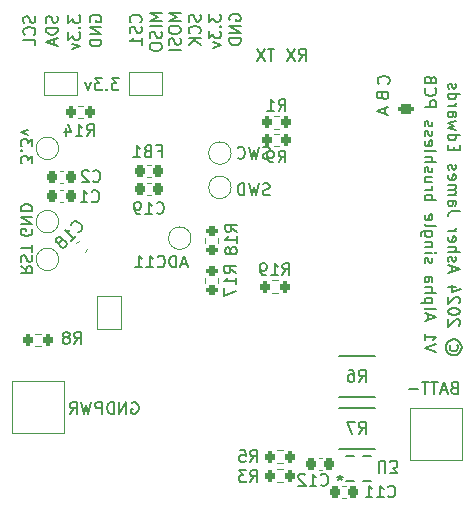
<source format=gbr>
%TF.GenerationSoftware,KiCad,Pcbnew,8.0.3-8.0.3-0~ubuntu22.04.1*%
%TF.CreationDate,2024-07-06T17:26:30-06:00*%
%TF.ProjectId,stm32g070 and DRV8311 single motor board - V1 Alpha,73746d33-3267-4303-9730-20616e642044,rev?*%
%TF.SameCoordinates,Original*%
%TF.FileFunction,Legend,Bot*%
%TF.FilePolarity,Positive*%
%FSLAX46Y46*%
G04 Gerber Fmt 4.6, Leading zero omitted, Abs format (unit mm)*
G04 Created by KiCad (PCBNEW 8.0.3-8.0.3-0~ubuntu22.04.1) date 2024-07-06 17:26:30*
%MOMM*%
%LPD*%
G01*
G04 APERTURE LIST*
G04 Aperture macros list*
%AMRoundRect*
0 Rectangle with rounded corners*
0 $1 Rounding radius*
0 $2 $3 $4 $5 $6 $7 $8 $9 X,Y pos of 4 corners*
0 Add a 4 corners polygon primitive as box body*
4,1,4,$2,$3,$4,$5,$6,$7,$8,$9,$2,$3,0*
0 Add four circle primitives for the rounded corners*
1,1,$1+$1,$2,$3*
1,1,$1+$1,$4,$5*
1,1,$1+$1,$6,$7*
1,1,$1+$1,$8,$9*
0 Add four rect primitives between the rounded corners*
20,1,$1+$1,$2,$3,$4,$5,0*
20,1,$1+$1,$4,$5,$6,$7,0*
20,1,$1+$1,$6,$7,$8,$9,0*
20,1,$1+$1,$8,$9,$2,$3,0*%
G04 Aperture macros list end*
%ADD10C,0.150000*%
%ADD11C,0.120000*%
%ADD12C,0.152400*%
%ADD13C,0.000000*%
%ADD14RoundRect,0.200000X-0.200000X-0.275000X0.200000X-0.275000X0.200000X0.275000X-0.200000X0.275000X0*%
%ADD15RoundRect,0.200000X0.450000X-0.200000X0.450000X0.200000X-0.450000X0.200000X-0.450000X-0.200000X0*%
%ADD16O,1.300000X0.800000*%
%ADD17C,1.200000*%
%ADD18R,1.700000X1.700000*%
%ADD19O,1.700000X1.700000*%
%ADD20C,0.600000*%
%ADD21R,1.800000X3.400000*%
%ADD22C,1.500000*%
%ADD23R,1.500000X1.000000*%
%ADD24RoundRect,0.225000X0.225000X0.250000X-0.225000X0.250000X-0.225000X-0.250000X0.225000X-0.250000X0*%
%ADD25R,1.000000X1.500000*%
%ADD26RoundRect,0.200000X0.200000X0.275000X-0.200000X0.275000X-0.200000X-0.275000X0.200000X-0.275000X0*%
%ADD27RoundRect,0.200000X-0.275000X0.200000X-0.275000X-0.200000X0.275000X-0.200000X0.275000X0.200000X0*%
%ADD28RoundRect,0.237500X0.044194X0.380070X-0.380070X-0.044194X-0.044194X-0.380070X0.380070X0.044194X0*%
%ADD29R,4.000000X4.000000*%
%ADD30RoundRect,0.218750X-0.218750X-0.256250X0.218750X-0.256250X0.218750X0.256250X-0.218750X0.256250X0*%
%ADD31RoundRect,0.225000X-0.225000X-0.250000X0.225000X-0.250000X0.225000X0.250000X-0.225000X0.250000X0*%
%ADD32R,0.580000X0.300000*%
%ADD33R,0.579882X0.249936*%
%ADD34R,0.350000X0.630000*%
G04 APERTURE END LIST*
D10*
X137269819Y-88736779D02*
X136269819Y-88736779D01*
X136269819Y-88736779D02*
X136984104Y-89070112D01*
X136984104Y-89070112D02*
X136269819Y-89403445D01*
X136269819Y-89403445D02*
X137269819Y-89403445D01*
X136269819Y-90070112D02*
X136269819Y-90260588D01*
X136269819Y-90260588D02*
X136317438Y-90355826D01*
X136317438Y-90355826D02*
X136412676Y-90451064D01*
X136412676Y-90451064D02*
X136603152Y-90498683D01*
X136603152Y-90498683D02*
X136936485Y-90498683D01*
X136936485Y-90498683D02*
X137126961Y-90451064D01*
X137126961Y-90451064D02*
X137222200Y-90355826D01*
X137222200Y-90355826D02*
X137269819Y-90260588D01*
X137269819Y-90260588D02*
X137269819Y-90070112D01*
X137269819Y-90070112D02*
X137222200Y-89974874D01*
X137222200Y-89974874D02*
X137126961Y-89879636D01*
X137126961Y-89879636D02*
X136936485Y-89832017D01*
X136936485Y-89832017D02*
X136603152Y-89832017D01*
X136603152Y-89832017D02*
X136412676Y-89879636D01*
X136412676Y-89879636D02*
X136317438Y-89974874D01*
X136317438Y-89974874D02*
X136269819Y-90070112D01*
X137222200Y-90879636D02*
X137269819Y-91022493D01*
X137269819Y-91022493D02*
X137269819Y-91260588D01*
X137269819Y-91260588D02*
X137222200Y-91355826D01*
X137222200Y-91355826D02*
X137174580Y-91403445D01*
X137174580Y-91403445D02*
X137079342Y-91451064D01*
X137079342Y-91451064D02*
X136984104Y-91451064D01*
X136984104Y-91451064D02*
X136888866Y-91403445D01*
X136888866Y-91403445D02*
X136841247Y-91355826D01*
X136841247Y-91355826D02*
X136793628Y-91260588D01*
X136793628Y-91260588D02*
X136746009Y-91070112D01*
X136746009Y-91070112D02*
X136698390Y-90974874D01*
X136698390Y-90974874D02*
X136650771Y-90927255D01*
X136650771Y-90927255D02*
X136555533Y-90879636D01*
X136555533Y-90879636D02*
X136460295Y-90879636D01*
X136460295Y-90879636D02*
X136365057Y-90927255D01*
X136365057Y-90927255D02*
X136317438Y-90974874D01*
X136317438Y-90974874D02*
X136269819Y-91070112D01*
X136269819Y-91070112D02*
X136269819Y-91308207D01*
X136269819Y-91308207D02*
X136317438Y-91451064D01*
X137269819Y-91879636D02*
X136269819Y-91879636D01*
X137810839Y-109984104D02*
X137334649Y-109984104D01*
X137906077Y-110269819D02*
X137572744Y-109269819D01*
X137572744Y-109269819D02*
X137239411Y-110269819D01*
X136906077Y-110269819D02*
X136906077Y-109269819D01*
X136906077Y-109269819D02*
X136667982Y-109269819D01*
X136667982Y-109269819D02*
X136525125Y-109317438D01*
X136525125Y-109317438D02*
X136429887Y-109412676D01*
X136429887Y-109412676D02*
X136382268Y-109507914D01*
X136382268Y-109507914D02*
X136334649Y-109698390D01*
X136334649Y-109698390D02*
X136334649Y-109841247D01*
X136334649Y-109841247D02*
X136382268Y-110031723D01*
X136382268Y-110031723D02*
X136429887Y-110126961D01*
X136429887Y-110126961D02*
X136525125Y-110222200D01*
X136525125Y-110222200D02*
X136667982Y-110269819D01*
X136667982Y-110269819D02*
X136906077Y-110269819D01*
X135334649Y-110174580D02*
X135382268Y-110222200D01*
X135382268Y-110222200D02*
X135525125Y-110269819D01*
X135525125Y-110269819D02*
X135620363Y-110269819D01*
X135620363Y-110269819D02*
X135763220Y-110222200D01*
X135763220Y-110222200D02*
X135858458Y-110126961D01*
X135858458Y-110126961D02*
X135906077Y-110031723D01*
X135906077Y-110031723D02*
X135953696Y-109841247D01*
X135953696Y-109841247D02*
X135953696Y-109698390D01*
X135953696Y-109698390D02*
X135906077Y-109507914D01*
X135906077Y-109507914D02*
X135858458Y-109412676D01*
X135858458Y-109412676D02*
X135763220Y-109317438D01*
X135763220Y-109317438D02*
X135620363Y-109269819D01*
X135620363Y-109269819D02*
X135525125Y-109269819D01*
X135525125Y-109269819D02*
X135382268Y-109317438D01*
X135382268Y-109317438D02*
X135334649Y-109365057D01*
X134382268Y-110269819D02*
X134953696Y-110269819D01*
X134667982Y-110269819D02*
X134667982Y-109269819D01*
X134667982Y-109269819D02*
X134763220Y-109412676D01*
X134763220Y-109412676D02*
X134858458Y-109507914D01*
X134858458Y-109507914D02*
X134953696Y-109555533D01*
X133429887Y-110269819D02*
X134001315Y-110269819D01*
X133715601Y-110269819D02*
X133715601Y-109269819D01*
X133715601Y-109269819D02*
X133810839Y-109412676D01*
X133810839Y-109412676D02*
X133906077Y-109507914D01*
X133906077Y-109507914D02*
X134001315Y-109555533D01*
X124682561Y-107039411D02*
X124730180Y-107134649D01*
X124730180Y-107134649D02*
X124730180Y-107277506D01*
X124730180Y-107277506D02*
X124682561Y-107420363D01*
X124682561Y-107420363D02*
X124587323Y-107515601D01*
X124587323Y-107515601D02*
X124492085Y-107563220D01*
X124492085Y-107563220D02*
X124301609Y-107610839D01*
X124301609Y-107610839D02*
X124158752Y-107610839D01*
X124158752Y-107610839D02*
X123968276Y-107563220D01*
X123968276Y-107563220D02*
X123873038Y-107515601D01*
X123873038Y-107515601D02*
X123777800Y-107420363D01*
X123777800Y-107420363D02*
X123730180Y-107277506D01*
X123730180Y-107277506D02*
X123730180Y-107182268D01*
X123730180Y-107182268D02*
X123777800Y-107039411D01*
X123777800Y-107039411D02*
X123825419Y-106991792D01*
X123825419Y-106991792D02*
X124158752Y-106991792D01*
X124158752Y-106991792D02*
X124158752Y-107182268D01*
X123730180Y-106563220D02*
X124730180Y-106563220D01*
X124730180Y-106563220D02*
X123730180Y-105991792D01*
X123730180Y-105991792D02*
X124730180Y-105991792D01*
X123730180Y-105515601D02*
X124730180Y-105515601D01*
X124730180Y-105515601D02*
X124730180Y-105277506D01*
X124730180Y-105277506D02*
X124682561Y-105134649D01*
X124682561Y-105134649D02*
X124587323Y-105039411D01*
X124587323Y-105039411D02*
X124492085Y-104991792D01*
X124492085Y-104991792D02*
X124301609Y-104944173D01*
X124301609Y-104944173D02*
X124158752Y-104944173D01*
X124158752Y-104944173D02*
X123968276Y-104991792D01*
X123968276Y-104991792D02*
X123873038Y-105039411D01*
X123873038Y-105039411D02*
X123777800Y-105134649D01*
X123777800Y-105134649D02*
X123730180Y-105277506D01*
X123730180Y-105277506D02*
X123730180Y-105515601D01*
X154874580Y-94708207D02*
X154922200Y-94660588D01*
X154922200Y-94660588D02*
X154969819Y-94517731D01*
X154969819Y-94517731D02*
X154969819Y-94422493D01*
X154969819Y-94422493D02*
X154922200Y-94279636D01*
X154922200Y-94279636D02*
X154826961Y-94184398D01*
X154826961Y-94184398D02*
X154731723Y-94136779D01*
X154731723Y-94136779D02*
X154541247Y-94089160D01*
X154541247Y-94089160D02*
X154398390Y-94089160D01*
X154398390Y-94089160D02*
X154207914Y-94136779D01*
X154207914Y-94136779D02*
X154112676Y-94184398D01*
X154112676Y-94184398D02*
X154017438Y-94279636D01*
X154017438Y-94279636D02*
X153969819Y-94422493D01*
X153969819Y-94422493D02*
X153969819Y-94517731D01*
X153969819Y-94517731D02*
X154017438Y-94660588D01*
X154017438Y-94660588D02*
X154065057Y-94708207D01*
X144810839Y-104122200D02*
X144667982Y-104169819D01*
X144667982Y-104169819D02*
X144429887Y-104169819D01*
X144429887Y-104169819D02*
X144334649Y-104122200D01*
X144334649Y-104122200D02*
X144287030Y-104074580D01*
X144287030Y-104074580D02*
X144239411Y-103979342D01*
X144239411Y-103979342D02*
X144239411Y-103884104D01*
X144239411Y-103884104D02*
X144287030Y-103788866D01*
X144287030Y-103788866D02*
X144334649Y-103741247D01*
X144334649Y-103741247D02*
X144429887Y-103693628D01*
X144429887Y-103693628D02*
X144620363Y-103646009D01*
X144620363Y-103646009D02*
X144715601Y-103598390D01*
X144715601Y-103598390D02*
X144763220Y-103550771D01*
X144763220Y-103550771D02*
X144810839Y-103455533D01*
X144810839Y-103455533D02*
X144810839Y-103360295D01*
X144810839Y-103360295D02*
X144763220Y-103265057D01*
X144763220Y-103265057D02*
X144715601Y-103217438D01*
X144715601Y-103217438D02*
X144620363Y-103169819D01*
X144620363Y-103169819D02*
X144382268Y-103169819D01*
X144382268Y-103169819D02*
X144239411Y-103217438D01*
X143906077Y-103169819D02*
X143667982Y-104169819D01*
X143667982Y-104169819D02*
X143477506Y-103455533D01*
X143477506Y-103455533D02*
X143287030Y-104169819D01*
X143287030Y-104169819D02*
X143048935Y-103169819D01*
X142667982Y-104169819D02*
X142667982Y-103169819D01*
X142667982Y-103169819D02*
X142429887Y-103169819D01*
X142429887Y-103169819D02*
X142287030Y-103217438D01*
X142287030Y-103217438D02*
X142191792Y-103312676D01*
X142191792Y-103312676D02*
X142144173Y-103407914D01*
X142144173Y-103407914D02*
X142096554Y-103598390D01*
X142096554Y-103598390D02*
X142096554Y-103741247D01*
X142096554Y-103741247D02*
X142144173Y-103931723D01*
X142144173Y-103931723D02*
X142191792Y-104026961D01*
X142191792Y-104026961D02*
X142287030Y-104122200D01*
X142287030Y-104122200D02*
X142429887Y-104169819D01*
X142429887Y-104169819D02*
X142667982Y-104169819D01*
X138922200Y-88889160D02*
X138969819Y-89032017D01*
X138969819Y-89032017D02*
X138969819Y-89270112D01*
X138969819Y-89270112D02*
X138922200Y-89365350D01*
X138922200Y-89365350D02*
X138874580Y-89412969D01*
X138874580Y-89412969D02*
X138779342Y-89460588D01*
X138779342Y-89460588D02*
X138684104Y-89460588D01*
X138684104Y-89460588D02*
X138588866Y-89412969D01*
X138588866Y-89412969D02*
X138541247Y-89365350D01*
X138541247Y-89365350D02*
X138493628Y-89270112D01*
X138493628Y-89270112D02*
X138446009Y-89079636D01*
X138446009Y-89079636D02*
X138398390Y-88984398D01*
X138398390Y-88984398D02*
X138350771Y-88936779D01*
X138350771Y-88936779D02*
X138255533Y-88889160D01*
X138255533Y-88889160D02*
X138160295Y-88889160D01*
X138160295Y-88889160D02*
X138065057Y-88936779D01*
X138065057Y-88936779D02*
X138017438Y-88984398D01*
X138017438Y-88984398D02*
X137969819Y-89079636D01*
X137969819Y-89079636D02*
X137969819Y-89317731D01*
X137969819Y-89317731D02*
X138017438Y-89460588D01*
X138874580Y-90460588D02*
X138922200Y-90412969D01*
X138922200Y-90412969D02*
X138969819Y-90270112D01*
X138969819Y-90270112D02*
X138969819Y-90174874D01*
X138969819Y-90174874D02*
X138922200Y-90032017D01*
X138922200Y-90032017D02*
X138826961Y-89936779D01*
X138826961Y-89936779D02*
X138731723Y-89889160D01*
X138731723Y-89889160D02*
X138541247Y-89841541D01*
X138541247Y-89841541D02*
X138398390Y-89841541D01*
X138398390Y-89841541D02*
X138207914Y-89889160D01*
X138207914Y-89889160D02*
X138112676Y-89936779D01*
X138112676Y-89936779D02*
X138017438Y-90032017D01*
X138017438Y-90032017D02*
X137969819Y-90174874D01*
X137969819Y-90174874D02*
X137969819Y-90270112D01*
X137969819Y-90270112D02*
X138017438Y-90412969D01*
X138017438Y-90412969D02*
X138065057Y-90460588D01*
X138969819Y-90889160D02*
X137969819Y-90889160D01*
X138969819Y-91460588D02*
X138398390Y-91032017D01*
X137969819Y-91460588D02*
X138541247Y-90889160D01*
X147291792Y-92769819D02*
X147625125Y-92293628D01*
X147863220Y-92769819D02*
X147863220Y-91769819D01*
X147863220Y-91769819D02*
X147482268Y-91769819D01*
X147482268Y-91769819D02*
X147387030Y-91817438D01*
X147387030Y-91817438D02*
X147339411Y-91865057D01*
X147339411Y-91865057D02*
X147291792Y-91960295D01*
X147291792Y-91960295D02*
X147291792Y-92103152D01*
X147291792Y-92103152D02*
X147339411Y-92198390D01*
X147339411Y-92198390D02*
X147387030Y-92246009D01*
X147387030Y-92246009D02*
X147482268Y-92293628D01*
X147482268Y-92293628D02*
X147863220Y-92293628D01*
X146958458Y-91769819D02*
X146291792Y-92769819D01*
X146291792Y-91769819D02*
X146958458Y-92769819D01*
X129617438Y-89460588D02*
X129569819Y-89365350D01*
X129569819Y-89365350D02*
X129569819Y-89222493D01*
X129569819Y-89222493D02*
X129617438Y-89079636D01*
X129617438Y-89079636D02*
X129712676Y-88984398D01*
X129712676Y-88984398D02*
X129807914Y-88936779D01*
X129807914Y-88936779D02*
X129998390Y-88889160D01*
X129998390Y-88889160D02*
X130141247Y-88889160D01*
X130141247Y-88889160D02*
X130331723Y-88936779D01*
X130331723Y-88936779D02*
X130426961Y-88984398D01*
X130426961Y-88984398D02*
X130522200Y-89079636D01*
X130522200Y-89079636D02*
X130569819Y-89222493D01*
X130569819Y-89222493D02*
X130569819Y-89317731D01*
X130569819Y-89317731D02*
X130522200Y-89460588D01*
X130522200Y-89460588D02*
X130474580Y-89508207D01*
X130474580Y-89508207D02*
X130141247Y-89508207D01*
X130141247Y-89508207D02*
X130141247Y-89317731D01*
X130569819Y-89936779D02*
X129569819Y-89936779D01*
X129569819Y-89936779D02*
X130569819Y-90508207D01*
X130569819Y-90508207D02*
X129569819Y-90508207D01*
X130569819Y-90984398D02*
X129569819Y-90984398D01*
X129569819Y-90984398D02*
X129569819Y-91222493D01*
X129569819Y-91222493D02*
X129617438Y-91365350D01*
X129617438Y-91365350D02*
X129712676Y-91460588D01*
X129712676Y-91460588D02*
X129807914Y-91508207D01*
X129807914Y-91508207D02*
X129998390Y-91555826D01*
X129998390Y-91555826D02*
X130141247Y-91555826D01*
X130141247Y-91555826D02*
X130331723Y-91508207D01*
X130331723Y-91508207D02*
X130426961Y-91460588D01*
X130426961Y-91460588D02*
X130522200Y-91365350D01*
X130522200Y-91365350D02*
X130569819Y-91222493D01*
X130569819Y-91222493D02*
X130569819Y-90984398D01*
X158930180Y-117406077D02*
X157930180Y-117072744D01*
X157930180Y-117072744D02*
X158930180Y-116739411D01*
X157930180Y-115882268D02*
X157930180Y-116453696D01*
X157930180Y-116167982D02*
X158930180Y-116167982D01*
X158930180Y-116167982D02*
X158787323Y-116263220D01*
X158787323Y-116263220D02*
X158692085Y-116358458D01*
X158692085Y-116358458D02*
X158644466Y-116453696D01*
X158215895Y-114739410D02*
X158215895Y-114263220D01*
X157930180Y-114834648D02*
X158930180Y-114501315D01*
X158930180Y-114501315D02*
X157930180Y-114167982D01*
X157930180Y-113691791D02*
X157977800Y-113787029D01*
X157977800Y-113787029D02*
X158073038Y-113834648D01*
X158073038Y-113834648D02*
X158930180Y-113834648D01*
X158596847Y-113310838D02*
X157596847Y-113310838D01*
X158549228Y-113310838D02*
X158596847Y-113215600D01*
X158596847Y-113215600D02*
X158596847Y-113025124D01*
X158596847Y-113025124D02*
X158549228Y-112929886D01*
X158549228Y-112929886D02*
X158501609Y-112882267D01*
X158501609Y-112882267D02*
X158406371Y-112834648D01*
X158406371Y-112834648D02*
X158120657Y-112834648D01*
X158120657Y-112834648D02*
X158025419Y-112882267D01*
X158025419Y-112882267D02*
X157977800Y-112929886D01*
X157977800Y-112929886D02*
X157930180Y-113025124D01*
X157930180Y-113025124D02*
X157930180Y-113215600D01*
X157930180Y-113215600D02*
X157977800Y-113310838D01*
X157930180Y-112406076D02*
X158930180Y-112406076D01*
X157930180Y-111977505D02*
X158453990Y-111977505D01*
X158453990Y-111977505D02*
X158549228Y-112025124D01*
X158549228Y-112025124D02*
X158596847Y-112120362D01*
X158596847Y-112120362D02*
X158596847Y-112263219D01*
X158596847Y-112263219D02*
X158549228Y-112358457D01*
X158549228Y-112358457D02*
X158501609Y-112406076D01*
X157930180Y-111072743D02*
X158453990Y-111072743D01*
X158453990Y-111072743D02*
X158549228Y-111120362D01*
X158549228Y-111120362D02*
X158596847Y-111215600D01*
X158596847Y-111215600D02*
X158596847Y-111406076D01*
X158596847Y-111406076D02*
X158549228Y-111501314D01*
X157977800Y-111072743D02*
X157930180Y-111167981D01*
X157930180Y-111167981D02*
X157930180Y-111406076D01*
X157930180Y-111406076D02*
X157977800Y-111501314D01*
X157977800Y-111501314D02*
X158073038Y-111548933D01*
X158073038Y-111548933D02*
X158168276Y-111548933D01*
X158168276Y-111548933D02*
X158263514Y-111501314D01*
X158263514Y-111501314D02*
X158311133Y-111406076D01*
X158311133Y-111406076D02*
X158311133Y-111167981D01*
X158311133Y-111167981D02*
X158358752Y-111072743D01*
X157977800Y-109882266D02*
X157930180Y-109787028D01*
X157930180Y-109787028D02*
X157930180Y-109596552D01*
X157930180Y-109596552D02*
X157977800Y-109501314D01*
X157977800Y-109501314D02*
X158073038Y-109453695D01*
X158073038Y-109453695D02*
X158120657Y-109453695D01*
X158120657Y-109453695D02*
X158215895Y-109501314D01*
X158215895Y-109501314D02*
X158263514Y-109596552D01*
X158263514Y-109596552D02*
X158263514Y-109739409D01*
X158263514Y-109739409D02*
X158311133Y-109834647D01*
X158311133Y-109834647D02*
X158406371Y-109882266D01*
X158406371Y-109882266D02*
X158453990Y-109882266D01*
X158453990Y-109882266D02*
X158549228Y-109834647D01*
X158549228Y-109834647D02*
X158596847Y-109739409D01*
X158596847Y-109739409D02*
X158596847Y-109596552D01*
X158596847Y-109596552D02*
X158549228Y-109501314D01*
X157930180Y-109025123D02*
X158596847Y-109025123D01*
X158930180Y-109025123D02*
X158882561Y-109072742D01*
X158882561Y-109072742D02*
X158834942Y-109025123D01*
X158834942Y-109025123D02*
X158882561Y-108977504D01*
X158882561Y-108977504D02*
X158930180Y-109025123D01*
X158930180Y-109025123D02*
X158834942Y-109025123D01*
X158596847Y-108548933D02*
X157930180Y-108548933D01*
X158501609Y-108548933D02*
X158549228Y-108501314D01*
X158549228Y-108501314D02*
X158596847Y-108406076D01*
X158596847Y-108406076D02*
X158596847Y-108263219D01*
X158596847Y-108263219D02*
X158549228Y-108167981D01*
X158549228Y-108167981D02*
X158453990Y-108120362D01*
X158453990Y-108120362D02*
X157930180Y-108120362D01*
X158596847Y-107215600D02*
X157787323Y-107215600D01*
X157787323Y-107215600D02*
X157692085Y-107263219D01*
X157692085Y-107263219D02*
X157644466Y-107310838D01*
X157644466Y-107310838D02*
X157596847Y-107406076D01*
X157596847Y-107406076D02*
X157596847Y-107548933D01*
X157596847Y-107548933D02*
X157644466Y-107644171D01*
X157977800Y-107215600D02*
X157930180Y-107310838D01*
X157930180Y-107310838D02*
X157930180Y-107501314D01*
X157930180Y-107501314D02*
X157977800Y-107596552D01*
X157977800Y-107596552D02*
X158025419Y-107644171D01*
X158025419Y-107644171D02*
X158120657Y-107691790D01*
X158120657Y-107691790D02*
X158406371Y-107691790D01*
X158406371Y-107691790D02*
X158501609Y-107644171D01*
X158501609Y-107644171D02*
X158549228Y-107596552D01*
X158549228Y-107596552D02*
X158596847Y-107501314D01*
X158596847Y-107501314D02*
X158596847Y-107310838D01*
X158596847Y-107310838D02*
X158549228Y-107215600D01*
X157930180Y-106596552D02*
X157977800Y-106691790D01*
X157977800Y-106691790D02*
X158073038Y-106739409D01*
X158073038Y-106739409D02*
X158930180Y-106739409D01*
X157977800Y-105834647D02*
X157930180Y-105929885D01*
X157930180Y-105929885D02*
X157930180Y-106120361D01*
X157930180Y-106120361D02*
X157977800Y-106215599D01*
X157977800Y-106215599D02*
X158073038Y-106263218D01*
X158073038Y-106263218D02*
X158453990Y-106263218D01*
X158453990Y-106263218D02*
X158549228Y-106215599D01*
X158549228Y-106215599D02*
X158596847Y-106120361D01*
X158596847Y-106120361D02*
X158596847Y-105929885D01*
X158596847Y-105929885D02*
X158549228Y-105834647D01*
X158549228Y-105834647D02*
X158453990Y-105787028D01*
X158453990Y-105787028D02*
X158358752Y-105787028D01*
X158358752Y-105787028D02*
X158263514Y-106263218D01*
X157930180Y-104596551D02*
X158930180Y-104596551D01*
X158549228Y-104596551D02*
X158596847Y-104501313D01*
X158596847Y-104501313D02*
X158596847Y-104310837D01*
X158596847Y-104310837D02*
X158549228Y-104215599D01*
X158549228Y-104215599D02*
X158501609Y-104167980D01*
X158501609Y-104167980D02*
X158406371Y-104120361D01*
X158406371Y-104120361D02*
X158120657Y-104120361D01*
X158120657Y-104120361D02*
X158025419Y-104167980D01*
X158025419Y-104167980D02*
X157977800Y-104215599D01*
X157977800Y-104215599D02*
X157930180Y-104310837D01*
X157930180Y-104310837D02*
X157930180Y-104501313D01*
X157930180Y-104501313D02*
X157977800Y-104596551D01*
X157930180Y-103691789D02*
X158596847Y-103691789D01*
X158406371Y-103691789D02*
X158501609Y-103644170D01*
X158501609Y-103644170D02*
X158549228Y-103596551D01*
X158549228Y-103596551D02*
X158596847Y-103501313D01*
X158596847Y-103501313D02*
X158596847Y-103406075D01*
X158596847Y-102644170D02*
X157930180Y-102644170D01*
X158596847Y-103072741D02*
X158073038Y-103072741D01*
X158073038Y-103072741D02*
X157977800Y-103025122D01*
X157977800Y-103025122D02*
X157930180Y-102929884D01*
X157930180Y-102929884D02*
X157930180Y-102787027D01*
X157930180Y-102787027D02*
X157977800Y-102691789D01*
X157977800Y-102691789D02*
X158025419Y-102644170D01*
X157977800Y-102215598D02*
X157930180Y-102120360D01*
X157930180Y-102120360D02*
X157930180Y-101929884D01*
X157930180Y-101929884D02*
X157977800Y-101834646D01*
X157977800Y-101834646D02*
X158073038Y-101787027D01*
X158073038Y-101787027D02*
X158120657Y-101787027D01*
X158120657Y-101787027D02*
X158215895Y-101834646D01*
X158215895Y-101834646D02*
X158263514Y-101929884D01*
X158263514Y-101929884D02*
X158263514Y-102072741D01*
X158263514Y-102072741D02*
X158311133Y-102167979D01*
X158311133Y-102167979D02*
X158406371Y-102215598D01*
X158406371Y-102215598D02*
X158453990Y-102215598D01*
X158453990Y-102215598D02*
X158549228Y-102167979D01*
X158549228Y-102167979D02*
X158596847Y-102072741D01*
X158596847Y-102072741D02*
X158596847Y-101929884D01*
X158596847Y-101929884D02*
X158549228Y-101834646D01*
X157930180Y-101358455D02*
X158930180Y-101358455D01*
X157930180Y-100929884D02*
X158453990Y-100929884D01*
X158453990Y-100929884D02*
X158549228Y-100977503D01*
X158549228Y-100977503D02*
X158596847Y-101072741D01*
X158596847Y-101072741D02*
X158596847Y-101215598D01*
X158596847Y-101215598D02*
X158549228Y-101310836D01*
X158549228Y-101310836D02*
X158501609Y-101358455D01*
X157930180Y-100310836D02*
X157977800Y-100406074D01*
X157977800Y-100406074D02*
X158073038Y-100453693D01*
X158073038Y-100453693D02*
X158930180Y-100453693D01*
X157977800Y-99548931D02*
X157930180Y-99644169D01*
X157930180Y-99644169D02*
X157930180Y-99834645D01*
X157930180Y-99834645D02*
X157977800Y-99929883D01*
X157977800Y-99929883D02*
X158073038Y-99977502D01*
X158073038Y-99977502D02*
X158453990Y-99977502D01*
X158453990Y-99977502D02*
X158549228Y-99929883D01*
X158549228Y-99929883D02*
X158596847Y-99834645D01*
X158596847Y-99834645D02*
X158596847Y-99644169D01*
X158596847Y-99644169D02*
X158549228Y-99548931D01*
X158549228Y-99548931D02*
X158453990Y-99501312D01*
X158453990Y-99501312D02*
X158358752Y-99501312D01*
X158358752Y-99501312D02*
X158263514Y-99977502D01*
X157977800Y-99120359D02*
X157930180Y-99025121D01*
X157930180Y-99025121D02*
X157930180Y-98834645D01*
X157930180Y-98834645D02*
X157977800Y-98739407D01*
X157977800Y-98739407D02*
X158073038Y-98691788D01*
X158073038Y-98691788D02*
X158120657Y-98691788D01*
X158120657Y-98691788D02*
X158215895Y-98739407D01*
X158215895Y-98739407D02*
X158263514Y-98834645D01*
X158263514Y-98834645D02*
X158263514Y-98977502D01*
X158263514Y-98977502D02*
X158311133Y-99072740D01*
X158311133Y-99072740D02*
X158406371Y-99120359D01*
X158406371Y-99120359D02*
X158453990Y-99120359D01*
X158453990Y-99120359D02*
X158549228Y-99072740D01*
X158549228Y-99072740D02*
X158596847Y-98977502D01*
X158596847Y-98977502D02*
X158596847Y-98834645D01*
X158596847Y-98834645D02*
X158549228Y-98739407D01*
X157977800Y-98310835D02*
X157930180Y-98215597D01*
X157930180Y-98215597D02*
X157930180Y-98025121D01*
X157930180Y-98025121D02*
X157977800Y-97929883D01*
X157977800Y-97929883D02*
X158073038Y-97882264D01*
X158073038Y-97882264D02*
X158120657Y-97882264D01*
X158120657Y-97882264D02*
X158215895Y-97929883D01*
X158215895Y-97929883D02*
X158263514Y-98025121D01*
X158263514Y-98025121D02*
X158263514Y-98167978D01*
X158263514Y-98167978D02*
X158311133Y-98263216D01*
X158311133Y-98263216D02*
X158406371Y-98310835D01*
X158406371Y-98310835D02*
X158453990Y-98310835D01*
X158453990Y-98310835D02*
X158549228Y-98263216D01*
X158549228Y-98263216D02*
X158596847Y-98167978D01*
X158596847Y-98167978D02*
X158596847Y-98025121D01*
X158596847Y-98025121D02*
X158549228Y-97929883D01*
X157930180Y-96691787D02*
X158930180Y-96691787D01*
X158930180Y-96691787D02*
X158930180Y-96310835D01*
X158930180Y-96310835D02*
X158882561Y-96215597D01*
X158882561Y-96215597D02*
X158834942Y-96167978D01*
X158834942Y-96167978D02*
X158739704Y-96120359D01*
X158739704Y-96120359D02*
X158596847Y-96120359D01*
X158596847Y-96120359D02*
X158501609Y-96167978D01*
X158501609Y-96167978D02*
X158453990Y-96215597D01*
X158453990Y-96215597D02*
X158406371Y-96310835D01*
X158406371Y-96310835D02*
X158406371Y-96691787D01*
X158025419Y-95120359D02*
X157977800Y-95167978D01*
X157977800Y-95167978D02*
X157930180Y-95310835D01*
X157930180Y-95310835D02*
X157930180Y-95406073D01*
X157930180Y-95406073D02*
X157977800Y-95548930D01*
X157977800Y-95548930D02*
X158073038Y-95644168D01*
X158073038Y-95644168D02*
X158168276Y-95691787D01*
X158168276Y-95691787D02*
X158358752Y-95739406D01*
X158358752Y-95739406D02*
X158501609Y-95739406D01*
X158501609Y-95739406D02*
X158692085Y-95691787D01*
X158692085Y-95691787D02*
X158787323Y-95644168D01*
X158787323Y-95644168D02*
X158882561Y-95548930D01*
X158882561Y-95548930D02*
X158930180Y-95406073D01*
X158930180Y-95406073D02*
X158930180Y-95310835D01*
X158930180Y-95310835D02*
X158882561Y-95167978D01*
X158882561Y-95167978D02*
X158834942Y-95120359D01*
X158453990Y-94358454D02*
X158406371Y-94215597D01*
X158406371Y-94215597D02*
X158358752Y-94167978D01*
X158358752Y-94167978D02*
X158263514Y-94120359D01*
X158263514Y-94120359D02*
X158120657Y-94120359D01*
X158120657Y-94120359D02*
X158025419Y-94167978D01*
X158025419Y-94167978D02*
X157977800Y-94215597D01*
X157977800Y-94215597D02*
X157930180Y-94310835D01*
X157930180Y-94310835D02*
X157930180Y-94691787D01*
X157930180Y-94691787D02*
X158930180Y-94691787D01*
X158930180Y-94691787D02*
X158930180Y-94358454D01*
X158930180Y-94358454D02*
X158882561Y-94263216D01*
X158882561Y-94263216D02*
X158834942Y-94215597D01*
X158834942Y-94215597D02*
X158739704Y-94167978D01*
X158739704Y-94167978D02*
X158644466Y-94167978D01*
X158644466Y-94167978D02*
X158549228Y-94215597D01*
X158549228Y-94215597D02*
X158501609Y-94263216D01*
X158501609Y-94263216D02*
X158453990Y-94358454D01*
X158453990Y-94358454D02*
X158453990Y-94691787D01*
X132058458Y-94269819D02*
X131439411Y-94269819D01*
X131439411Y-94269819D02*
X131772744Y-94650771D01*
X131772744Y-94650771D02*
X131629887Y-94650771D01*
X131629887Y-94650771D02*
X131534649Y-94698390D01*
X131534649Y-94698390D02*
X131487030Y-94746009D01*
X131487030Y-94746009D02*
X131439411Y-94841247D01*
X131439411Y-94841247D02*
X131439411Y-95079342D01*
X131439411Y-95079342D02*
X131487030Y-95174580D01*
X131487030Y-95174580D02*
X131534649Y-95222200D01*
X131534649Y-95222200D02*
X131629887Y-95269819D01*
X131629887Y-95269819D02*
X131915601Y-95269819D01*
X131915601Y-95269819D02*
X132010839Y-95222200D01*
X132010839Y-95222200D02*
X132058458Y-95174580D01*
X131010839Y-95174580D02*
X130963220Y-95222200D01*
X130963220Y-95222200D02*
X131010839Y-95269819D01*
X131010839Y-95269819D02*
X131058458Y-95222200D01*
X131058458Y-95222200D02*
X131010839Y-95174580D01*
X131010839Y-95174580D02*
X131010839Y-95269819D01*
X130629887Y-94269819D02*
X130010840Y-94269819D01*
X130010840Y-94269819D02*
X130344173Y-94650771D01*
X130344173Y-94650771D02*
X130201316Y-94650771D01*
X130201316Y-94650771D02*
X130106078Y-94698390D01*
X130106078Y-94698390D02*
X130058459Y-94746009D01*
X130058459Y-94746009D02*
X130010840Y-94841247D01*
X130010840Y-94841247D02*
X130010840Y-95079342D01*
X130010840Y-95079342D02*
X130058459Y-95174580D01*
X130058459Y-95174580D02*
X130106078Y-95222200D01*
X130106078Y-95222200D02*
X130201316Y-95269819D01*
X130201316Y-95269819D02*
X130487030Y-95269819D01*
X130487030Y-95269819D02*
X130582268Y-95222200D01*
X130582268Y-95222200D02*
X130629887Y-95174580D01*
X129677506Y-94603152D02*
X129439411Y-95269819D01*
X129439411Y-95269819D02*
X129201316Y-94603152D01*
X139669819Y-88841541D02*
X139669819Y-89460588D01*
X139669819Y-89460588D02*
X140050771Y-89127255D01*
X140050771Y-89127255D02*
X140050771Y-89270112D01*
X140050771Y-89270112D02*
X140098390Y-89365350D01*
X140098390Y-89365350D02*
X140146009Y-89412969D01*
X140146009Y-89412969D02*
X140241247Y-89460588D01*
X140241247Y-89460588D02*
X140479342Y-89460588D01*
X140479342Y-89460588D02*
X140574580Y-89412969D01*
X140574580Y-89412969D02*
X140622200Y-89365350D01*
X140622200Y-89365350D02*
X140669819Y-89270112D01*
X140669819Y-89270112D02*
X140669819Y-88984398D01*
X140669819Y-88984398D02*
X140622200Y-88889160D01*
X140622200Y-88889160D02*
X140574580Y-88841541D01*
X140574580Y-89889160D02*
X140622200Y-89936779D01*
X140622200Y-89936779D02*
X140669819Y-89889160D01*
X140669819Y-89889160D02*
X140622200Y-89841541D01*
X140622200Y-89841541D02*
X140574580Y-89889160D01*
X140574580Y-89889160D02*
X140669819Y-89889160D01*
X139669819Y-90270112D02*
X139669819Y-90889159D01*
X139669819Y-90889159D02*
X140050771Y-90555826D01*
X140050771Y-90555826D02*
X140050771Y-90698683D01*
X140050771Y-90698683D02*
X140098390Y-90793921D01*
X140098390Y-90793921D02*
X140146009Y-90841540D01*
X140146009Y-90841540D02*
X140241247Y-90889159D01*
X140241247Y-90889159D02*
X140479342Y-90889159D01*
X140479342Y-90889159D02*
X140574580Y-90841540D01*
X140574580Y-90841540D02*
X140622200Y-90793921D01*
X140622200Y-90793921D02*
X140669819Y-90698683D01*
X140669819Y-90698683D02*
X140669819Y-90412969D01*
X140669819Y-90412969D02*
X140622200Y-90317731D01*
X140622200Y-90317731D02*
X140574580Y-90270112D01*
X140003152Y-91222493D02*
X140669819Y-91460588D01*
X140669819Y-91460588D02*
X140003152Y-91698683D01*
X126822200Y-88989160D02*
X126869819Y-89132017D01*
X126869819Y-89132017D02*
X126869819Y-89370112D01*
X126869819Y-89370112D02*
X126822200Y-89465350D01*
X126822200Y-89465350D02*
X126774580Y-89512969D01*
X126774580Y-89512969D02*
X126679342Y-89560588D01*
X126679342Y-89560588D02*
X126584104Y-89560588D01*
X126584104Y-89560588D02*
X126488866Y-89512969D01*
X126488866Y-89512969D02*
X126441247Y-89465350D01*
X126441247Y-89465350D02*
X126393628Y-89370112D01*
X126393628Y-89370112D02*
X126346009Y-89179636D01*
X126346009Y-89179636D02*
X126298390Y-89084398D01*
X126298390Y-89084398D02*
X126250771Y-89036779D01*
X126250771Y-89036779D02*
X126155533Y-88989160D01*
X126155533Y-88989160D02*
X126060295Y-88989160D01*
X126060295Y-88989160D02*
X125965057Y-89036779D01*
X125965057Y-89036779D02*
X125917438Y-89084398D01*
X125917438Y-89084398D02*
X125869819Y-89179636D01*
X125869819Y-89179636D02*
X125869819Y-89417731D01*
X125869819Y-89417731D02*
X125917438Y-89560588D01*
X126869819Y-89989160D02*
X125869819Y-89989160D01*
X125869819Y-89989160D02*
X125869819Y-90227255D01*
X125869819Y-90227255D02*
X125917438Y-90370112D01*
X125917438Y-90370112D02*
X126012676Y-90465350D01*
X126012676Y-90465350D02*
X126107914Y-90512969D01*
X126107914Y-90512969D02*
X126298390Y-90560588D01*
X126298390Y-90560588D02*
X126441247Y-90560588D01*
X126441247Y-90560588D02*
X126631723Y-90512969D01*
X126631723Y-90512969D02*
X126726961Y-90465350D01*
X126726961Y-90465350D02*
X126822200Y-90370112D01*
X126822200Y-90370112D02*
X126869819Y-90227255D01*
X126869819Y-90227255D02*
X126869819Y-89989160D01*
X126584104Y-90941541D02*
X126584104Y-91417731D01*
X126869819Y-90846303D02*
X125869819Y-91179636D01*
X125869819Y-91179636D02*
X126869819Y-91512969D01*
X154346009Y-95770112D02*
X154393628Y-95912969D01*
X154393628Y-95912969D02*
X154441247Y-95960588D01*
X154441247Y-95960588D02*
X154536485Y-96008207D01*
X154536485Y-96008207D02*
X154679342Y-96008207D01*
X154679342Y-96008207D02*
X154774580Y-95960588D01*
X154774580Y-95960588D02*
X154822200Y-95912969D01*
X154822200Y-95912969D02*
X154869819Y-95817731D01*
X154869819Y-95817731D02*
X154869819Y-95436779D01*
X154869819Y-95436779D02*
X153869819Y-95436779D01*
X153869819Y-95436779D02*
X153869819Y-95770112D01*
X153869819Y-95770112D02*
X153917438Y-95865350D01*
X153917438Y-95865350D02*
X153965057Y-95912969D01*
X153965057Y-95912969D02*
X154060295Y-95960588D01*
X154060295Y-95960588D02*
X154155533Y-95960588D01*
X154155533Y-95960588D02*
X154250771Y-95912969D01*
X154250771Y-95912969D02*
X154298390Y-95865350D01*
X154298390Y-95865350D02*
X154346009Y-95770112D01*
X154346009Y-95770112D02*
X154346009Y-95436779D01*
X123730180Y-110191792D02*
X124206371Y-110525125D01*
X123730180Y-110763220D02*
X124730180Y-110763220D01*
X124730180Y-110763220D02*
X124730180Y-110382268D01*
X124730180Y-110382268D02*
X124682561Y-110287030D01*
X124682561Y-110287030D02*
X124634942Y-110239411D01*
X124634942Y-110239411D02*
X124539704Y-110191792D01*
X124539704Y-110191792D02*
X124396847Y-110191792D01*
X124396847Y-110191792D02*
X124301609Y-110239411D01*
X124301609Y-110239411D02*
X124253990Y-110287030D01*
X124253990Y-110287030D02*
X124206371Y-110382268D01*
X124206371Y-110382268D02*
X124206371Y-110763220D01*
X123777800Y-109810839D02*
X123730180Y-109667982D01*
X123730180Y-109667982D02*
X123730180Y-109429887D01*
X123730180Y-109429887D02*
X123777800Y-109334649D01*
X123777800Y-109334649D02*
X123825419Y-109287030D01*
X123825419Y-109287030D02*
X123920657Y-109239411D01*
X123920657Y-109239411D02*
X124015895Y-109239411D01*
X124015895Y-109239411D02*
X124111133Y-109287030D01*
X124111133Y-109287030D02*
X124158752Y-109334649D01*
X124158752Y-109334649D02*
X124206371Y-109429887D01*
X124206371Y-109429887D02*
X124253990Y-109620363D01*
X124253990Y-109620363D02*
X124301609Y-109715601D01*
X124301609Y-109715601D02*
X124349228Y-109763220D01*
X124349228Y-109763220D02*
X124444466Y-109810839D01*
X124444466Y-109810839D02*
X124539704Y-109810839D01*
X124539704Y-109810839D02*
X124634942Y-109763220D01*
X124634942Y-109763220D02*
X124682561Y-109715601D01*
X124682561Y-109715601D02*
X124730180Y-109620363D01*
X124730180Y-109620363D02*
X124730180Y-109382268D01*
X124730180Y-109382268D02*
X124682561Y-109239411D01*
X124730180Y-108953696D02*
X124730180Y-108382268D01*
X123730180Y-108667982D02*
X124730180Y-108667982D01*
X154584104Y-96789160D02*
X154584104Y-97265350D01*
X154869819Y-96693922D02*
X153869819Y-97027255D01*
X153869819Y-97027255D02*
X154869819Y-97360588D01*
X133139411Y-121717438D02*
X133234649Y-121669819D01*
X133234649Y-121669819D02*
X133377506Y-121669819D01*
X133377506Y-121669819D02*
X133520363Y-121717438D01*
X133520363Y-121717438D02*
X133615601Y-121812676D01*
X133615601Y-121812676D02*
X133663220Y-121907914D01*
X133663220Y-121907914D02*
X133710839Y-122098390D01*
X133710839Y-122098390D02*
X133710839Y-122241247D01*
X133710839Y-122241247D02*
X133663220Y-122431723D01*
X133663220Y-122431723D02*
X133615601Y-122526961D01*
X133615601Y-122526961D02*
X133520363Y-122622200D01*
X133520363Y-122622200D02*
X133377506Y-122669819D01*
X133377506Y-122669819D02*
X133282268Y-122669819D01*
X133282268Y-122669819D02*
X133139411Y-122622200D01*
X133139411Y-122622200D02*
X133091792Y-122574580D01*
X133091792Y-122574580D02*
X133091792Y-122241247D01*
X133091792Y-122241247D02*
X133282268Y-122241247D01*
X132663220Y-122669819D02*
X132663220Y-121669819D01*
X132663220Y-121669819D02*
X132091792Y-122669819D01*
X132091792Y-122669819D02*
X132091792Y-121669819D01*
X131615601Y-122669819D02*
X131615601Y-121669819D01*
X131615601Y-121669819D02*
X131377506Y-121669819D01*
X131377506Y-121669819D02*
X131234649Y-121717438D01*
X131234649Y-121717438D02*
X131139411Y-121812676D01*
X131139411Y-121812676D02*
X131091792Y-121907914D01*
X131091792Y-121907914D02*
X131044173Y-122098390D01*
X131044173Y-122098390D02*
X131044173Y-122241247D01*
X131044173Y-122241247D02*
X131091792Y-122431723D01*
X131091792Y-122431723D02*
X131139411Y-122526961D01*
X131139411Y-122526961D02*
X131234649Y-122622200D01*
X131234649Y-122622200D02*
X131377506Y-122669819D01*
X131377506Y-122669819D02*
X131615601Y-122669819D01*
X130615601Y-122669819D02*
X130615601Y-121669819D01*
X130615601Y-121669819D02*
X130234649Y-121669819D01*
X130234649Y-121669819D02*
X130139411Y-121717438D01*
X130139411Y-121717438D02*
X130091792Y-121765057D01*
X130091792Y-121765057D02*
X130044173Y-121860295D01*
X130044173Y-121860295D02*
X130044173Y-122003152D01*
X130044173Y-122003152D02*
X130091792Y-122098390D01*
X130091792Y-122098390D02*
X130139411Y-122146009D01*
X130139411Y-122146009D02*
X130234649Y-122193628D01*
X130234649Y-122193628D02*
X130615601Y-122193628D01*
X129710839Y-121669819D02*
X129472744Y-122669819D01*
X129472744Y-122669819D02*
X129282268Y-121955533D01*
X129282268Y-121955533D02*
X129091792Y-122669819D01*
X129091792Y-122669819D02*
X128853697Y-121669819D01*
X127901316Y-122669819D02*
X128234649Y-122193628D01*
X128472744Y-122669819D02*
X128472744Y-121669819D01*
X128472744Y-121669819D02*
X128091792Y-121669819D01*
X128091792Y-121669819D02*
X127996554Y-121717438D01*
X127996554Y-121717438D02*
X127948935Y-121765057D01*
X127948935Y-121765057D02*
X127901316Y-121860295D01*
X127901316Y-121860295D02*
X127901316Y-122003152D01*
X127901316Y-122003152D02*
X127948935Y-122098390D01*
X127948935Y-122098390D02*
X127996554Y-122146009D01*
X127996554Y-122146009D02*
X128091792Y-122193628D01*
X128091792Y-122193628D02*
X128472744Y-122193628D01*
X160692085Y-116853696D02*
X160739704Y-116948935D01*
X160739704Y-116948935D02*
X160739704Y-117139411D01*
X160739704Y-117139411D02*
X160692085Y-117234649D01*
X160692085Y-117234649D02*
X160596847Y-117329887D01*
X160596847Y-117329887D02*
X160501609Y-117377506D01*
X160501609Y-117377506D02*
X160311133Y-117377506D01*
X160311133Y-117377506D02*
X160215895Y-117329887D01*
X160215895Y-117329887D02*
X160120657Y-117234649D01*
X160120657Y-117234649D02*
X160073038Y-117139411D01*
X160073038Y-117139411D02*
X160073038Y-116948935D01*
X160073038Y-116948935D02*
X160120657Y-116853696D01*
X161073038Y-117044173D02*
X161025419Y-117282268D01*
X161025419Y-117282268D02*
X160882561Y-117520363D01*
X160882561Y-117520363D02*
X160644466Y-117663220D01*
X160644466Y-117663220D02*
X160406371Y-117710839D01*
X160406371Y-117710839D02*
X160168276Y-117663220D01*
X160168276Y-117663220D02*
X159930180Y-117520363D01*
X159930180Y-117520363D02*
X159787323Y-117282268D01*
X159787323Y-117282268D02*
X159739704Y-117044173D01*
X159739704Y-117044173D02*
X159787323Y-116806077D01*
X159787323Y-116806077D02*
X159930180Y-116567982D01*
X159930180Y-116567982D02*
X160168276Y-116425125D01*
X160168276Y-116425125D02*
X160406371Y-116377506D01*
X160406371Y-116377506D02*
X160644466Y-116425125D01*
X160644466Y-116425125D02*
X160882561Y-116567982D01*
X160882561Y-116567982D02*
X161025419Y-116806077D01*
X161025419Y-116806077D02*
X161073038Y-117044173D01*
X160834942Y-115234648D02*
X160882561Y-115187029D01*
X160882561Y-115187029D02*
X160930180Y-115091791D01*
X160930180Y-115091791D02*
X160930180Y-114853696D01*
X160930180Y-114853696D02*
X160882561Y-114758458D01*
X160882561Y-114758458D02*
X160834942Y-114710839D01*
X160834942Y-114710839D02*
X160739704Y-114663220D01*
X160739704Y-114663220D02*
X160644466Y-114663220D01*
X160644466Y-114663220D02*
X160501609Y-114710839D01*
X160501609Y-114710839D02*
X159930180Y-115282267D01*
X159930180Y-115282267D02*
X159930180Y-114663220D01*
X160930180Y-114044172D02*
X160930180Y-113948934D01*
X160930180Y-113948934D02*
X160882561Y-113853696D01*
X160882561Y-113853696D02*
X160834942Y-113806077D01*
X160834942Y-113806077D02*
X160739704Y-113758458D01*
X160739704Y-113758458D02*
X160549228Y-113710839D01*
X160549228Y-113710839D02*
X160311133Y-113710839D01*
X160311133Y-113710839D02*
X160120657Y-113758458D01*
X160120657Y-113758458D02*
X160025419Y-113806077D01*
X160025419Y-113806077D02*
X159977800Y-113853696D01*
X159977800Y-113853696D02*
X159930180Y-113948934D01*
X159930180Y-113948934D02*
X159930180Y-114044172D01*
X159930180Y-114044172D02*
X159977800Y-114139410D01*
X159977800Y-114139410D02*
X160025419Y-114187029D01*
X160025419Y-114187029D02*
X160120657Y-114234648D01*
X160120657Y-114234648D02*
X160311133Y-114282267D01*
X160311133Y-114282267D02*
X160549228Y-114282267D01*
X160549228Y-114282267D02*
X160739704Y-114234648D01*
X160739704Y-114234648D02*
X160834942Y-114187029D01*
X160834942Y-114187029D02*
X160882561Y-114139410D01*
X160882561Y-114139410D02*
X160930180Y-114044172D01*
X160834942Y-113329886D02*
X160882561Y-113282267D01*
X160882561Y-113282267D02*
X160930180Y-113187029D01*
X160930180Y-113187029D02*
X160930180Y-112948934D01*
X160930180Y-112948934D02*
X160882561Y-112853696D01*
X160882561Y-112853696D02*
X160834942Y-112806077D01*
X160834942Y-112806077D02*
X160739704Y-112758458D01*
X160739704Y-112758458D02*
X160644466Y-112758458D01*
X160644466Y-112758458D02*
X160501609Y-112806077D01*
X160501609Y-112806077D02*
X159930180Y-113377505D01*
X159930180Y-113377505D02*
X159930180Y-112758458D01*
X160596847Y-111901315D02*
X159930180Y-111901315D01*
X160977800Y-112139410D02*
X160263514Y-112377505D01*
X160263514Y-112377505D02*
X160263514Y-111758458D01*
X160215895Y-110663219D02*
X160215895Y-110187029D01*
X159930180Y-110758457D02*
X160930180Y-110425124D01*
X160930180Y-110425124D02*
X159930180Y-110091791D01*
X159977800Y-109806076D02*
X159930180Y-109710838D01*
X159930180Y-109710838D02*
X159930180Y-109520362D01*
X159930180Y-109520362D02*
X159977800Y-109425124D01*
X159977800Y-109425124D02*
X160073038Y-109377505D01*
X160073038Y-109377505D02*
X160120657Y-109377505D01*
X160120657Y-109377505D02*
X160215895Y-109425124D01*
X160215895Y-109425124D02*
X160263514Y-109520362D01*
X160263514Y-109520362D02*
X160263514Y-109663219D01*
X160263514Y-109663219D02*
X160311133Y-109758457D01*
X160311133Y-109758457D02*
X160406371Y-109806076D01*
X160406371Y-109806076D02*
X160453990Y-109806076D01*
X160453990Y-109806076D02*
X160549228Y-109758457D01*
X160549228Y-109758457D02*
X160596847Y-109663219D01*
X160596847Y-109663219D02*
X160596847Y-109520362D01*
X160596847Y-109520362D02*
X160549228Y-109425124D01*
X159930180Y-108948933D02*
X160930180Y-108948933D01*
X159930180Y-108520362D02*
X160453990Y-108520362D01*
X160453990Y-108520362D02*
X160549228Y-108567981D01*
X160549228Y-108567981D02*
X160596847Y-108663219D01*
X160596847Y-108663219D02*
X160596847Y-108806076D01*
X160596847Y-108806076D02*
X160549228Y-108901314D01*
X160549228Y-108901314D02*
X160501609Y-108948933D01*
X159977800Y-107663219D02*
X159930180Y-107758457D01*
X159930180Y-107758457D02*
X159930180Y-107948933D01*
X159930180Y-107948933D02*
X159977800Y-108044171D01*
X159977800Y-108044171D02*
X160073038Y-108091790D01*
X160073038Y-108091790D02*
X160453990Y-108091790D01*
X160453990Y-108091790D02*
X160549228Y-108044171D01*
X160549228Y-108044171D02*
X160596847Y-107948933D01*
X160596847Y-107948933D02*
X160596847Y-107758457D01*
X160596847Y-107758457D02*
X160549228Y-107663219D01*
X160549228Y-107663219D02*
X160453990Y-107615600D01*
X160453990Y-107615600D02*
X160358752Y-107615600D01*
X160358752Y-107615600D02*
X160263514Y-108091790D01*
X159930180Y-107187028D02*
X160596847Y-107187028D01*
X160406371Y-107187028D02*
X160501609Y-107139409D01*
X160501609Y-107139409D02*
X160549228Y-107091790D01*
X160549228Y-107091790D02*
X160596847Y-106996552D01*
X160596847Y-106996552D02*
X160596847Y-106901314D01*
X160930180Y-105520361D02*
X160215895Y-105520361D01*
X160215895Y-105520361D02*
X160073038Y-105567980D01*
X160073038Y-105567980D02*
X159977800Y-105663218D01*
X159977800Y-105663218D02*
X159930180Y-105806075D01*
X159930180Y-105806075D02*
X159930180Y-105901313D01*
X159930180Y-104615599D02*
X160453990Y-104615599D01*
X160453990Y-104615599D02*
X160549228Y-104663218D01*
X160549228Y-104663218D02*
X160596847Y-104758456D01*
X160596847Y-104758456D02*
X160596847Y-104948932D01*
X160596847Y-104948932D02*
X160549228Y-105044170D01*
X159977800Y-104615599D02*
X159930180Y-104710837D01*
X159930180Y-104710837D02*
X159930180Y-104948932D01*
X159930180Y-104948932D02*
X159977800Y-105044170D01*
X159977800Y-105044170D02*
X160073038Y-105091789D01*
X160073038Y-105091789D02*
X160168276Y-105091789D01*
X160168276Y-105091789D02*
X160263514Y-105044170D01*
X160263514Y-105044170D02*
X160311133Y-104948932D01*
X160311133Y-104948932D02*
X160311133Y-104710837D01*
X160311133Y-104710837D02*
X160358752Y-104615599D01*
X159930180Y-104139408D02*
X160596847Y-104139408D01*
X160501609Y-104139408D02*
X160549228Y-104091789D01*
X160549228Y-104091789D02*
X160596847Y-103996551D01*
X160596847Y-103996551D02*
X160596847Y-103853694D01*
X160596847Y-103853694D02*
X160549228Y-103758456D01*
X160549228Y-103758456D02*
X160453990Y-103710837D01*
X160453990Y-103710837D02*
X159930180Y-103710837D01*
X160453990Y-103710837D02*
X160549228Y-103663218D01*
X160549228Y-103663218D02*
X160596847Y-103567980D01*
X160596847Y-103567980D02*
X160596847Y-103425123D01*
X160596847Y-103425123D02*
X160549228Y-103329884D01*
X160549228Y-103329884D02*
X160453990Y-103282265D01*
X160453990Y-103282265D02*
X159930180Y-103282265D01*
X159977800Y-102425123D02*
X159930180Y-102520361D01*
X159930180Y-102520361D02*
X159930180Y-102710837D01*
X159930180Y-102710837D02*
X159977800Y-102806075D01*
X159977800Y-102806075D02*
X160073038Y-102853694D01*
X160073038Y-102853694D02*
X160453990Y-102853694D01*
X160453990Y-102853694D02*
X160549228Y-102806075D01*
X160549228Y-102806075D02*
X160596847Y-102710837D01*
X160596847Y-102710837D02*
X160596847Y-102520361D01*
X160596847Y-102520361D02*
X160549228Y-102425123D01*
X160549228Y-102425123D02*
X160453990Y-102377504D01*
X160453990Y-102377504D02*
X160358752Y-102377504D01*
X160358752Y-102377504D02*
X160263514Y-102853694D01*
X159977800Y-101996551D02*
X159930180Y-101901313D01*
X159930180Y-101901313D02*
X159930180Y-101710837D01*
X159930180Y-101710837D02*
X159977800Y-101615599D01*
X159977800Y-101615599D02*
X160073038Y-101567980D01*
X160073038Y-101567980D02*
X160120657Y-101567980D01*
X160120657Y-101567980D02*
X160215895Y-101615599D01*
X160215895Y-101615599D02*
X160263514Y-101710837D01*
X160263514Y-101710837D02*
X160263514Y-101853694D01*
X160263514Y-101853694D02*
X160311133Y-101948932D01*
X160311133Y-101948932D02*
X160406371Y-101996551D01*
X160406371Y-101996551D02*
X160453990Y-101996551D01*
X160453990Y-101996551D02*
X160549228Y-101948932D01*
X160549228Y-101948932D02*
X160596847Y-101853694D01*
X160596847Y-101853694D02*
X160596847Y-101710837D01*
X160596847Y-101710837D02*
X160549228Y-101615599D01*
X160453990Y-100377503D02*
X160453990Y-100044170D01*
X159930180Y-99901313D02*
X159930180Y-100377503D01*
X159930180Y-100377503D02*
X160930180Y-100377503D01*
X160930180Y-100377503D02*
X160930180Y-99901313D01*
X159930180Y-99044170D02*
X160930180Y-99044170D01*
X159977800Y-99044170D02*
X159930180Y-99139408D01*
X159930180Y-99139408D02*
X159930180Y-99329884D01*
X159930180Y-99329884D02*
X159977800Y-99425122D01*
X159977800Y-99425122D02*
X160025419Y-99472741D01*
X160025419Y-99472741D02*
X160120657Y-99520360D01*
X160120657Y-99520360D02*
X160406371Y-99520360D01*
X160406371Y-99520360D02*
X160501609Y-99472741D01*
X160501609Y-99472741D02*
X160549228Y-99425122D01*
X160549228Y-99425122D02*
X160596847Y-99329884D01*
X160596847Y-99329884D02*
X160596847Y-99139408D01*
X160596847Y-99139408D02*
X160549228Y-99044170D01*
X160596847Y-98663217D02*
X159930180Y-98472741D01*
X159930180Y-98472741D02*
X160406371Y-98282265D01*
X160406371Y-98282265D02*
X159930180Y-98091789D01*
X159930180Y-98091789D02*
X160596847Y-97901313D01*
X159930180Y-97091789D02*
X160453990Y-97091789D01*
X160453990Y-97091789D02*
X160549228Y-97139408D01*
X160549228Y-97139408D02*
X160596847Y-97234646D01*
X160596847Y-97234646D02*
X160596847Y-97425122D01*
X160596847Y-97425122D02*
X160549228Y-97520360D01*
X159977800Y-97091789D02*
X159930180Y-97187027D01*
X159930180Y-97187027D02*
X159930180Y-97425122D01*
X159930180Y-97425122D02*
X159977800Y-97520360D01*
X159977800Y-97520360D02*
X160073038Y-97567979D01*
X160073038Y-97567979D02*
X160168276Y-97567979D01*
X160168276Y-97567979D02*
X160263514Y-97520360D01*
X160263514Y-97520360D02*
X160311133Y-97425122D01*
X160311133Y-97425122D02*
X160311133Y-97187027D01*
X160311133Y-97187027D02*
X160358752Y-97091789D01*
X159930180Y-96615598D02*
X160596847Y-96615598D01*
X160406371Y-96615598D02*
X160501609Y-96567979D01*
X160501609Y-96567979D02*
X160549228Y-96520360D01*
X160549228Y-96520360D02*
X160596847Y-96425122D01*
X160596847Y-96425122D02*
X160596847Y-96329884D01*
X159930180Y-95567979D02*
X160930180Y-95567979D01*
X159977800Y-95567979D02*
X159930180Y-95663217D01*
X159930180Y-95663217D02*
X159930180Y-95853693D01*
X159930180Y-95853693D02*
X159977800Y-95948931D01*
X159977800Y-95948931D02*
X160025419Y-95996550D01*
X160025419Y-95996550D02*
X160120657Y-96044169D01*
X160120657Y-96044169D02*
X160406371Y-96044169D01*
X160406371Y-96044169D02*
X160501609Y-95996550D01*
X160501609Y-95996550D02*
X160549228Y-95948931D01*
X160549228Y-95948931D02*
X160596847Y-95853693D01*
X160596847Y-95853693D02*
X160596847Y-95663217D01*
X160596847Y-95663217D02*
X160549228Y-95567979D01*
X159977800Y-95139407D02*
X159930180Y-95044169D01*
X159930180Y-95044169D02*
X159930180Y-94853693D01*
X159930180Y-94853693D02*
X159977800Y-94758455D01*
X159977800Y-94758455D02*
X160073038Y-94710836D01*
X160073038Y-94710836D02*
X160120657Y-94710836D01*
X160120657Y-94710836D02*
X160215895Y-94758455D01*
X160215895Y-94758455D02*
X160263514Y-94853693D01*
X160263514Y-94853693D02*
X160263514Y-94996550D01*
X160263514Y-94996550D02*
X160311133Y-95091788D01*
X160311133Y-95091788D02*
X160406371Y-95139407D01*
X160406371Y-95139407D02*
X160453990Y-95139407D01*
X160453990Y-95139407D02*
X160549228Y-95091788D01*
X160549228Y-95091788D02*
X160596847Y-94996550D01*
X160596847Y-94996550D02*
X160596847Y-94853693D01*
X160596847Y-94853693D02*
X160549228Y-94758455D01*
X124730180Y-101458458D02*
X124730180Y-100839411D01*
X124730180Y-100839411D02*
X124349228Y-101172744D01*
X124349228Y-101172744D02*
X124349228Y-101029887D01*
X124349228Y-101029887D02*
X124301609Y-100934649D01*
X124301609Y-100934649D02*
X124253990Y-100887030D01*
X124253990Y-100887030D02*
X124158752Y-100839411D01*
X124158752Y-100839411D02*
X123920657Y-100839411D01*
X123920657Y-100839411D02*
X123825419Y-100887030D01*
X123825419Y-100887030D02*
X123777800Y-100934649D01*
X123777800Y-100934649D02*
X123730180Y-101029887D01*
X123730180Y-101029887D02*
X123730180Y-101315601D01*
X123730180Y-101315601D02*
X123777800Y-101410839D01*
X123777800Y-101410839D02*
X123825419Y-101458458D01*
X123825419Y-100410839D02*
X123777800Y-100363220D01*
X123777800Y-100363220D02*
X123730180Y-100410839D01*
X123730180Y-100410839D02*
X123777800Y-100458458D01*
X123777800Y-100458458D02*
X123825419Y-100410839D01*
X123825419Y-100410839D02*
X123730180Y-100410839D01*
X124730180Y-100029887D02*
X124730180Y-99410840D01*
X124730180Y-99410840D02*
X124349228Y-99744173D01*
X124349228Y-99744173D02*
X124349228Y-99601316D01*
X124349228Y-99601316D02*
X124301609Y-99506078D01*
X124301609Y-99506078D02*
X124253990Y-99458459D01*
X124253990Y-99458459D02*
X124158752Y-99410840D01*
X124158752Y-99410840D02*
X123920657Y-99410840D01*
X123920657Y-99410840D02*
X123825419Y-99458459D01*
X123825419Y-99458459D02*
X123777800Y-99506078D01*
X123777800Y-99506078D02*
X123730180Y-99601316D01*
X123730180Y-99601316D02*
X123730180Y-99887030D01*
X123730180Y-99887030D02*
X123777800Y-99982268D01*
X123777800Y-99982268D02*
X123825419Y-100029887D01*
X124396847Y-99077506D02*
X123730180Y-98839411D01*
X123730180Y-98839411D02*
X124396847Y-98601316D01*
X144810839Y-101022200D02*
X144667982Y-101069819D01*
X144667982Y-101069819D02*
X144429887Y-101069819D01*
X144429887Y-101069819D02*
X144334649Y-101022200D01*
X144334649Y-101022200D02*
X144287030Y-100974580D01*
X144287030Y-100974580D02*
X144239411Y-100879342D01*
X144239411Y-100879342D02*
X144239411Y-100784104D01*
X144239411Y-100784104D02*
X144287030Y-100688866D01*
X144287030Y-100688866D02*
X144334649Y-100641247D01*
X144334649Y-100641247D02*
X144429887Y-100593628D01*
X144429887Y-100593628D02*
X144620363Y-100546009D01*
X144620363Y-100546009D02*
X144715601Y-100498390D01*
X144715601Y-100498390D02*
X144763220Y-100450771D01*
X144763220Y-100450771D02*
X144810839Y-100355533D01*
X144810839Y-100355533D02*
X144810839Y-100260295D01*
X144810839Y-100260295D02*
X144763220Y-100165057D01*
X144763220Y-100165057D02*
X144715601Y-100117438D01*
X144715601Y-100117438D02*
X144620363Y-100069819D01*
X144620363Y-100069819D02*
X144382268Y-100069819D01*
X144382268Y-100069819D02*
X144239411Y-100117438D01*
X143906077Y-100069819D02*
X143667982Y-101069819D01*
X143667982Y-101069819D02*
X143477506Y-100355533D01*
X143477506Y-100355533D02*
X143287030Y-101069819D01*
X143287030Y-101069819D02*
X143048935Y-100069819D01*
X142096554Y-100974580D02*
X142144173Y-101022200D01*
X142144173Y-101022200D02*
X142287030Y-101069819D01*
X142287030Y-101069819D02*
X142382268Y-101069819D01*
X142382268Y-101069819D02*
X142525125Y-101022200D01*
X142525125Y-101022200D02*
X142620363Y-100926961D01*
X142620363Y-100926961D02*
X142667982Y-100831723D01*
X142667982Y-100831723D02*
X142715601Y-100641247D01*
X142715601Y-100641247D02*
X142715601Y-100498390D01*
X142715601Y-100498390D02*
X142667982Y-100307914D01*
X142667982Y-100307914D02*
X142620363Y-100212676D01*
X142620363Y-100212676D02*
X142525125Y-100117438D01*
X142525125Y-100117438D02*
X142382268Y-100069819D01*
X142382268Y-100069819D02*
X142287030Y-100069819D01*
X142287030Y-100069819D02*
X142144173Y-100117438D01*
X142144173Y-100117438D02*
X142096554Y-100165057D01*
X127769819Y-88941541D02*
X127769819Y-89560588D01*
X127769819Y-89560588D02*
X128150771Y-89227255D01*
X128150771Y-89227255D02*
X128150771Y-89370112D01*
X128150771Y-89370112D02*
X128198390Y-89465350D01*
X128198390Y-89465350D02*
X128246009Y-89512969D01*
X128246009Y-89512969D02*
X128341247Y-89560588D01*
X128341247Y-89560588D02*
X128579342Y-89560588D01*
X128579342Y-89560588D02*
X128674580Y-89512969D01*
X128674580Y-89512969D02*
X128722200Y-89465350D01*
X128722200Y-89465350D02*
X128769819Y-89370112D01*
X128769819Y-89370112D02*
X128769819Y-89084398D01*
X128769819Y-89084398D02*
X128722200Y-88989160D01*
X128722200Y-88989160D02*
X128674580Y-88941541D01*
X128674580Y-89989160D02*
X128722200Y-90036779D01*
X128722200Y-90036779D02*
X128769819Y-89989160D01*
X128769819Y-89989160D02*
X128722200Y-89941541D01*
X128722200Y-89941541D02*
X128674580Y-89989160D01*
X128674580Y-89989160D02*
X128769819Y-89989160D01*
X127769819Y-90370112D02*
X127769819Y-90989159D01*
X127769819Y-90989159D02*
X128150771Y-90655826D01*
X128150771Y-90655826D02*
X128150771Y-90798683D01*
X128150771Y-90798683D02*
X128198390Y-90893921D01*
X128198390Y-90893921D02*
X128246009Y-90941540D01*
X128246009Y-90941540D02*
X128341247Y-90989159D01*
X128341247Y-90989159D02*
X128579342Y-90989159D01*
X128579342Y-90989159D02*
X128674580Y-90941540D01*
X128674580Y-90941540D02*
X128722200Y-90893921D01*
X128722200Y-90893921D02*
X128769819Y-90798683D01*
X128769819Y-90798683D02*
X128769819Y-90512969D01*
X128769819Y-90512969D02*
X128722200Y-90417731D01*
X128722200Y-90417731D02*
X128674580Y-90370112D01*
X128103152Y-91322493D02*
X128769819Y-91560588D01*
X128769819Y-91560588D02*
X128103152Y-91798683D01*
X145206077Y-91769819D02*
X144634649Y-91769819D01*
X144920363Y-92769819D02*
X144920363Y-91769819D01*
X144396553Y-91769819D02*
X143729887Y-92769819D01*
X143729887Y-91769819D02*
X144396553Y-92769819D01*
X135669819Y-88736779D02*
X134669819Y-88736779D01*
X134669819Y-88736779D02*
X135384104Y-89070112D01*
X135384104Y-89070112D02*
X134669819Y-89403445D01*
X134669819Y-89403445D02*
X135669819Y-89403445D01*
X135669819Y-89879636D02*
X134669819Y-89879636D01*
X135622200Y-90308207D02*
X135669819Y-90451064D01*
X135669819Y-90451064D02*
X135669819Y-90689159D01*
X135669819Y-90689159D02*
X135622200Y-90784397D01*
X135622200Y-90784397D02*
X135574580Y-90832016D01*
X135574580Y-90832016D02*
X135479342Y-90879635D01*
X135479342Y-90879635D02*
X135384104Y-90879635D01*
X135384104Y-90879635D02*
X135288866Y-90832016D01*
X135288866Y-90832016D02*
X135241247Y-90784397D01*
X135241247Y-90784397D02*
X135193628Y-90689159D01*
X135193628Y-90689159D02*
X135146009Y-90498683D01*
X135146009Y-90498683D02*
X135098390Y-90403445D01*
X135098390Y-90403445D02*
X135050771Y-90355826D01*
X135050771Y-90355826D02*
X134955533Y-90308207D01*
X134955533Y-90308207D02*
X134860295Y-90308207D01*
X134860295Y-90308207D02*
X134765057Y-90355826D01*
X134765057Y-90355826D02*
X134717438Y-90403445D01*
X134717438Y-90403445D02*
X134669819Y-90498683D01*
X134669819Y-90498683D02*
X134669819Y-90736778D01*
X134669819Y-90736778D02*
X134717438Y-90879635D01*
X134669819Y-91498683D02*
X134669819Y-91689159D01*
X134669819Y-91689159D02*
X134717438Y-91784397D01*
X134717438Y-91784397D02*
X134812676Y-91879635D01*
X134812676Y-91879635D02*
X135003152Y-91927254D01*
X135003152Y-91927254D02*
X135336485Y-91927254D01*
X135336485Y-91927254D02*
X135526961Y-91879635D01*
X135526961Y-91879635D02*
X135622200Y-91784397D01*
X135622200Y-91784397D02*
X135669819Y-91689159D01*
X135669819Y-91689159D02*
X135669819Y-91498683D01*
X135669819Y-91498683D02*
X135622200Y-91403445D01*
X135622200Y-91403445D02*
X135526961Y-91308207D01*
X135526961Y-91308207D02*
X135336485Y-91260588D01*
X135336485Y-91260588D02*
X135003152Y-91260588D01*
X135003152Y-91260588D02*
X134812676Y-91308207D01*
X134812676Y-91308207D02*
X134717438Y-91403445D01*
X134717438Y-91403445D02*
X134669819Y-91498683D01*
X133874580Y-89508207D02*
X133922200Y-89460588D01*
X133922200Y-89460588D02*
X133969819Y-89317731D01*
X133969819Y-89317731D02*
X133969819Y-89222493D01*
X133969819Y-89222493D02*
X133922200Y-89079636D01*
X133922200Y-89079636D02*
X133826961Y-88984398D01*
X133826961Y-88984398D02*
X133731723Y-88936779D01*
X133731723Y-88936779D02*
X133541247Y-88889160D01*
X133541247Y-88889160D02*
X133398390Y-88889160D01*
X133398390Y-88889160D02*
X133207914Y-88936779D01*
X133207914Y-88936779D02*
X133112676Y-88984398D01*
X133112676Y-88984398D02*
X133017438Y-89079636D01*
X133017438Y-89079636D02*
X132969819Y-89222493D01*
X132969819Y-89222493D02*
X132969819Y-89317731D01*
X132969819Y-89317731D02*
X133017438Y-89460588D01*
X133017438Y-89460588D02*
X133065057Y-89508207D01*
X133922200Y-89889160D02*
X133969819Y-90032017D01*
X133969819Y-90032017D02*
X133969819Y-90270112D01*
X133969819Y-90270112D02*
X133922200Y-90365350D01*
X133922200Y-90365350D02*
X133874580Y-90412969D01*
X133874580Y-90412969D02*
X133779342Y-90460588D01*
X133779342Y-90460588D02*
X133684104Y-90460588D01*
X133684104Y-90460588D02*
X133588866Y-90412969D01*
X133588866Y-90412969D02*
X133541247Y-90365350D01*
X133541247Y-90365350D02*
X133493628Y-90270112D01*
X133493628Y-90270112D02*
X133446009Y-90079636D01*
X133446009Y-90079636D02*
X133398390Y-89984398D01*
X133398390Y-89984398D02*
X133350771Y-89936779D01*
X133350771Y-89936779D02*
X133255533Y-89889160D01*
X133255533Y-89889160D02*
X133160295Y-89889160D01*
X133160295Y-89889160D02*
X133065057Y-89936779D01*
X133065057Y-89936779D02*
X133017438Y-89984398D01*
X133017438Y-89984398D02*
X132969819Y-90079636D01*
X132969819Y-90079636D02*
X132969819Y-90317731D01*
X132969819Y-90317731D02*
X133017438Y-90460588D01*
X133969819Y-91412969D02*
X133969819Y-90841541D01*
X133969819Y-91127255D02*
X132969819Y-91127255D01*
X132969819Y-91127255D02*
X133112676Y-91032017D01*
X133112676Y-91032017D02*
X133207914Y-90936779D01*
X133207914Y-90936779D02*
X133255533Y-90841541D01*
X160429887Y-120446009D02*
X160287030Y-120493628D01*
X160287030Y-120493628D02*
X160239411Y-120541247D01*
X160239411Y-120541247D02*
X160191792Y-120636485D01*
X160191792Y-120636485D02*
X160191792Y-120779342D01*
X160191792Y-120779342D02*
X160239411Y-120874580D01*
X160239411Y-120874580D02*
X160287030Y-120922200D01*
X160287030Y-120922200D02*
X160382268Y-120969819D01*
X160382268Y-120969819D02*
X160763220Y-120969819D01*
X160763220Y-120969819D02*
X160763220Y-119969819D01*
X160763220Y-119969819D02*
X160429887Y-119969819D01*
X160429887Y-119969819D02*
X160334649Y-120017438D01*
X160334649Y-120017438D02*
X160287030Y-120065057D01*
X160287030Y-120065057D02*
X160239411Y-120160295D01*
X160239411Y-120160295D02*
X160239411Y-120255533D01*
X160239411Y-120255533D02*
X160287030Y-120350771D01*
X160287030Y-120350771D02*
X160334649Y-120398390D01*
X160334649Y-120398390D02*
X160429887Y-120446009D01*
X160429887Y-120446009D02*
X160763220Y-120446009D01*
X159810839Y-120684104D02*
X159334649Y-120684104D01*
X159906077Y-120969819D02*
X159572744Y-119969819D01*
X159572744Y-119969819D02*
X159239411Y-120969819D01*
X159048934Y-119969819D02*
X158477506Y-119969819D01*
X158763220Y-120969819D02*
X158763220Y-119969819D01*
X158287029Y-119969819D02*
X157715601Y-119969819D01*
X158001315Y-120969819D02*
X158001315Y-119969819D01*
X157382267Y-120588866D02*
X156620363Y-120588866D01*
X141417438Y-89360588D02*
X141369819Y-89265350D01*
X141369819Y-89265350D02*
X141369819Y-89122493D01*
X141369819Y-89122493D02*
X141417438Y-88979636D01*
X141417438Y-88979636D02*
X141512676Y-88884398D01*
X141512676Y-88884398D02*
X141607914Y-88836779D01*
X141607914Y-88836779D02*
X141798390Y-88789160D01*
X141798390Y-88789160D02*
X141941247Y-88789160D01*
X141941247Y-88789160D02*
X142131723Y-88836779D01*
X142131723Y-88836779D02*
X142226961Y-88884398D01*
X142226961Y-88884398D02*
X142322200Y-88979636D01*
X142322200Y-88979636D02*
X142369819Y-89122493D01*
X142369819Y-89122493D02*
X142369819Y-89217731D01*
X142369819Y-89217731D02*
X142322200Y-89360588D01*
X142322200Y-89360588D02*
X142274580Y-89408207D01*
X142274580Y-89408207D02*
X141941247Y-89408207D01*
X141941247Y-89408207D02*
X141941247Y-89217731D01*
X142369819Y-89836779D02*
X141369819Y-89836779D01*
X141369819Y-89836779D02*
X142369819Y-90408207D01*
X142369819Y-90408207D02*
X141369819Y-90408207D01*
X142369819Y-90884398D02*
X141369819Y-90884398D01*
X141369819Y-90884398D02*
X141369819Y-91122493D01*
X141369819Y-91122493D02*
X141417438Y-91265350D01*
X141417438Y-91265350D02*
X141512676Y-91360588D01*
X141512676Y-91360588D02*
X141607914Y-91408207D01*
X141607914Y-91408207D02*
X141798390Y-91455826D01*
X141798390Y-91455826D02*
X141941247Y-91455826D01*
X141941247Y-91455826D02*
X142131723Y-91408207D01*
X142131723Y-91408207D02*
X142226961Y-91360588D01*
X142226961Y-91360588D02*
X142322200Y-91265350D01*
X142322200Y-91265350D02*
X142369819Y-91122493D01*
X142369819Y-91122493D02*
X142369819Y-90884398D01*
X124922200Y-88989160D02*
X124969819Y-89132017D01*
X124969819Y-89132017D02*
X124969819Y-89370112D01*
X124969819Y-89370112D02*
X124922200Y-89465350D01*
X124922200Y-89465350D02*
X124874580Y-89512969D01*
X124874580Y-89512969D02*
X124779342Y-89560588D01*
X124779342Y-89560588D02*
X124684104Y-89560588D01*
X124684104Y-89560588D02*
X124588866Y-89512969D01*
X124588866Y-89512969D02*
X124541247Y-89465350D01*
X124541247Y-89465350D02*
X124493628Y-89370112D01*
X124493628Y-89370112D02*
X124446009Y-89179636D01*
X124446009Y-89179636D02*
X124398390Y-89084398D01*
X124398390Y-89084398D02*
X124350771Y-89036779D01*
X124350771Y-89036779D02*
X124255533Y-88989160D01*
X124255533Y-88989160D02*
X124160295Y-88989160D01*
X124160295Y-88989160D02*
X124065057Y-89036779D01*
X124065057Y-89036779D02*
X124017438Y-89084398D01*
X124017438Y-89084398D02*
X123969819Y-89179636D01*
X123969819Y-89179636D02*
X123969819Y-89417731D01*
X123969819Y-89417731D02*
X124017438Y-89560588D01*
X124874580Y-90560588D02*
X124922200Y-90512969D01*
X124922200Y-90512969D02*
X124969819Y-90370112D01*
X124969819Y-90370112D02*
X124969819Y-90274874D01*
X124969819Y-90274874D02*
X124922200Y-90132017D01*
X124922200Y-90132017D02*
X124826961Y-90036779D01*
X124826961Y-90036779D02*
X124731723Y-89989160D01*
X124731723Y-89989160D02*
X124541247Y-89941541D01*
X124541247Y-89941541D02*
X124398390Y-89941541D01*
X124398390Y-89941541D02*
X124207914Y-89989160D01*
X124207914Y-89989160D02*
X124112676Y-90036779D01*
X124112676Y-90036779D02*
X124017438Y-90132017D01*
X124017438Y-90132017D02*
X123969819Y-90274874D01*
X123969819Y-90274874D02*
X123969819Y-90370112D01*
X123969819Y-90370112D02*
X124017438Y-90512969D01*
X124017438Y-90512969D02*
X124065057Y-90560588D01*
X124969819Y-91465350D02*
X124969819Y-90989160D01*
X124969819Y-90989160D02*
X123969819Y-90989160D01*
X145566666Y-101384819D02*
X145899999Y-100908628D01*
X146138094Y-101384819D02*
X146138094Y-100384819D01*
X146138094Y-100384819D02*
X145757142Y-100384819D01*
X145757142Y-100384819D02*
X145661904Y-100432438D01*
X145661904Y-100432438D02*
X145614285Y-100480057D01*
X145614285Y-100480057D02*
X145566666Y-100575295D01*
X145566666Y-100575295D02*
X145566666Y-100718152D01*
X145566666Y-100718152D02*
X145614285Y-100813390D01*
X145614285Y-100813390D02*
X145661904Y-100861009D01*
X145661904Y-100861009D02*
X145757142Y-100908628D01*
X145757142Y-100908628D02*
X146138094Y-100908628D01*
X145090475Y-101384819D02*
X144899999Y-101384819D01*
X144899999Y-101384819D02*
X144804761Y-101337200D01*
X144804761Y-101337200D02*
X144757142Y-101289580D01*
X144757142Y-101289580D02*
X144661904Y-101146723D01*
X144661904Y-101146723D02*
X144614285Y-100956247D01*
X144614285Y-100956247D02*
X144614285Y-100575295D01*
X144614285Y-100575295D02*
X144661904Y-100480057D01*
X144661904Y-100480057D02*
X144709523Y-100432438D01*
X144709523Y-100432438D02*
X144804761Y-100384819D01*
X144804761Y-100384819D02*
X144995237Y-100384819D01*
X144995237Y-100384819D02*
X145090475Y-100432438D01*
X145090475Y-100432438D02*
X145138094Y-100480057D01*
X145138094Y-100480057D02*
X145185713Y-100575295D01*
X145185713Y-100575295D02*
X145185713Y-100813390D01*
X145185713Y-100813390D02*
X145138094Y-100908628D01*
X145138094Y-100908628D02*
X145090475Y-100956247D01*
X145090475Y-100956247D02*
X144995237Y-101003866D01*
X144995237Y-101003866D02*
X144804761Y-101003866D01*
X144804761Y-101003866D02*
X144709523Y-100956247D01*
X144709523Y-100956247D02*
X144661904Y-100908628D01*
X144661904Y-100908628D02*
X144614285Y-100813390D01*
X152366666Y-119954819D02*
X152699999Y-119478628D01*
X152938094Y-119954819D02*
X152938094Y-118954819D01*
X152938094Y-118954819D02*
X152557142Y-118954819D01*
X152557142Y-118954819D02*
X152461904Y-119002438D01*
X152461904Y-119002438D02*
X152414285Y-119050057D01*
X152414285Y-119050057D02*
X152366666Y-119145295D01*
X152366666Y-119145295D02*
X152366666Y-119288152D01*
X152366666Y-119288152D02*
X152414285Y-119383390D01*
X152414285Y-119383390D02*
X152461904Y-119431009D01*
X152461904Y-119431009D02*
X152557142Y-119478628D01*
X152557142Y-119478628D02*
X152938094Y-119478628D01*
X151509523Y-118954819D02*
X151699999Y-118954819D01*
X151699999Y-118954819D02*
X151795237Y-119002438D01*
X151795237Y-119002438D02*
X151842856Y-119050057D01*
X151842856Y-119050057D02*
X151938094Y-119192914D01*
X151938094Y-119192914D02*
X151985713Y-119383390D01*
X151985713Y-119383390D02*
X151985713Y-119764342D01*
X151985713Y-119764342D02*
X151938094Y-119859580D01*
X151938094Y-119859580D02*
X151890475Y-119907200D01*
X151890475Y-119907200D02*
X151795237Y-119954819D01*
X151795237Y-119954819D02*
X151604761Y-119954819D01*
X151604761Y-119954819D02*
X151509523Y-119907200D01*
X151509523Y-119907200D02*
X151461904Y-119859580D01*
X151461904Y-119859580D02*
X151414285Y-119764342D01*
X151414285Y-119764342D02*
X151414285Y-119526247D01*
X151414285Y-119526247D02*
X151461904Y-119431009D01*
X151461904Y-119431009D02*
X151509523Y-119383390D01*
X151509523Y-119383390D02*
X151604761Y-119335771D01*
X151604761Y-119335771D02*
X151795237Y-119335771D01*
X151795237Y-119335771D02*
X151890475Y-119383390D01*
X151890475Y-119383390D02*
X151938094Y-119431009D01*
X151938094Y-119431009D02*
X151985713Y-119526247D01*
X152366666Y-124354819D02*
X152699999Y-123878628D01*
X152938094Y-124354819D02*
X152938094Y-123354819D01*
X152938094Y-123354819D02*
X152557142Y-123354819D01*
X152557142Y-123354819D02*
X152461904Y-123402438D01*
X152461904Y-123402438D02*
X152414285Y-123450057D01*
X152414285Y-123450057D02*
X152366666Y-123545295D01*
X152366666Y-123545295D02*
X152366666Y-123688152D01*
X152366666Y-123688152D02*
X152414285Y-123783390D01*
X152414285Y-123783390D02*
X152461904Y-123831009D01*
X152461904Y-123831009D02*
X152557142Y-123878628D01*
X152557142Y-123878628D02*
X152938094Y-123878628D01*
X152033332Y-123354819D02*
X151366666Y-123354819D01*
X151366666Y-123354819D02*
X151795237Y-124354819D01*
X143166666Y-126754819D02*
X143499999Y-126278628D01*
X143738094Y-126754819D02*
X143738094Y-125754819D01*
X143738094Y-125754819D02*
X143357142Y-125754819D01*
X143357142Y-125754819D02*
X143261904Y-125802438D01*
X143261904Y-125802438D02*
X143214285Y-125850057D01*
X143214285Y-125850057D02*
X143166666Y-125945295D01*
X143166666Y-125945295D02*
X143166666Y-126088152D01*
X143166666Y-126088152D02*
X143214285Y-126183390D01*
X143214285Y-126183390D02*
X143261904Y-126231009D01*
X143261904Y-126231009D02*
X143357142Y-126278628D01*
X143357142Y-126278628D02*
X143738094Y-126278628D01*
X142261904Y-125754819D02*
X142738094Y-125754819D01*
X142738094Y-125754819D02*
X142785713Y-126231009D01*
X142785713Y-126231009D02*
X142738094Y-126183390D01*
X142738094Y-126183390D02*
X142642856Y-126135771D01*
X142642856Y-126135771D02*
X142404761Y-126135771D01*
X142404761Y-126135771D02*
X142309523Y-126183390D01*
X142309523Y-126183390D02*
X142261904Y-126231009D01*
X142261904Y-126231009D02*
X142214285Y-126326247D01*
X142214285Y-126326247D02*
X142214285Y-126564342D01*
X142214285Y-126564342D02*
X142261904Y-126659580D01*
X142261904Y-126659580D02*
X142309523Y-126707200D01*
X142309523Y-126707200D02*
X142404761Y-126754819D01*
X142404761Y-126754819D02*
X142642856Y-126754819D01*
X142642856Y-126754819D02*
X142738094Y-126707200D01*
X142738094Y-126707200D02*
X142785713Y-126659580D01*
X154842857Y-129659580D02*
X154890476Y-129707200D01*
X154890476Y-129707200D02*
X155033333Y-129754819D01*
X155033333Y-129754819D02*
X155128571Y-129754819D01*
X155128571Y-129754819D02*
X155271428Y-129707200D01*
X155271428Y-129707200D02*
X155366666Y-129611961D01*
X155366666Y-129611961D02*
X155414285Y-129516723D01*
X155414285Y-129516723D02*
X155461904Y-129326247D01*
X155461904Y-129326247D02*
X155461904Y-129183390D01*
X155461904Y-129183390D02*
X155414285Y-128992914D01*
X155414285Y-128992914D02*
X155366666Y-128897676D01*
X155366666Y-128897676D02*
X155271428Y-128802438D01*
X155271428Y-128802438D02*
X155128571Y-128754819D01*
X155128571Y-128754819D02*
X155033333Y-128754819D01*
X155033333Y-128754819D02*
X154890476Y-128802438D01*
X154890476Y-128802438D02*
X154842857Y-128850057D01*
X153890476Y-129754819D02*
X154461904Y-129754819D01*
X154176190Y-129754819D02*
X154176190Y-128754819D01*
X154176190Y-128754819D02*
X154271428Y-128897676D01*
X154271428Y-128897676D02*
X154366666Y-128992914D01*
X154366666Y-128992914D02*
X154461904Y-129040533D01*
X152938095Y-129754819D02*
X153509523Y-129754819D01*
X153223809Y-129754819D02*
X153223809Y-128754819D01*
X153223809Y-128754819D02*
X153319047Y-128897676D01*
X153319047Y-128897676D02*
X153414285Y-128992914D01*
X153414285Y-128992914D02*
X153509523Y-129040533D01*
X129342857Y-99154819D02*
X129676190Y-98678628D01*
X129914285Y-99154819D02*
X129914285Y-98154819D01*
X129914285Y-98154819D02*
X129533333Y-98154819D01*
X129533333Y-98154819D02*
X129438095Y-98202438D01*
X129438095Y-98202438D02*
X129390476Y-98250057D01*
X129390476Y-98250057D02*
X129342857Y-98345295D01*
X129342857Y-98345295D02*
X129342857Y-98488152D01*
X129342857Y-98488152D02*
X129390476Y-98583390D01*
X129390476Y-98583390D02*
X129438095Y-98631009D01*
X129438095Y-98631009D02*
X129533333Y-98678628D01*
X129533333Y-98678628D02*
X129914285Y-98678628D01*
X128390476Y-99154819D02*
X128961904Y-99154819D01*
X128676190Y-99154819D02*
X128676190Y-98154819D01*
X128676190Y-98154819D02*
X128771428Y-98297676D01*
X128771428Y-98297676D02*
X128866666Y-98392914D01*
X128866666Y-98392914D02*
X128961904Y-98440533D01*
X127533333Y-98488152D02*
X127533333Y-99154819D01*
X127771428Y-98107200D02*
X128009523Y-98821485D01*
X128009523Y-98821485D02*
X127390476Y-98821485D01*
X142054819Y-107257142D02*
X141578628Y-106923809D01*
X142054819Y-106685714D02*
X141054819Y-106685714D01*
X141054819Y-106685714D02*
X141054819Y-107066666D01*
X141054819Y-107066666D02*
X141102438Y-107161904D01*
X141102438Y-107161904D02*
X141150057Y-107209523D01*
X141150057Y-107209523D02*
X141245295Y-107257142D01*
X141245295Y-107257142D02*
X141388152Y-107257142D01*
X141388152Y-107257142D02*
X141483390Y-107209523D01*
X141483390Y-107209523D02*
X141531009Y-107161904D01*
X141531009Y-107161904D02*
X141578628Y-107066666D01*
X141578628Y-107066666D02*
X141578628Y-106685714D01*
X142054819Y-108209523D02*
X142054819Y-107638095D01*
X142054819Y-107923809D02*
X141054819Y-107923809D01*
X141054819Y-107923809D02*
X141197676Y-107828571D01*
X141197676Y-107828571D02*
X141292914Y-107733333D01*
X141292914Y-107733333D02*
X141340533Y-107638095D01*
X141483390Y-108780952D02*
X141435771Y-108685714D01*
X141435771Y-108685714D02*
X141388152Y-108638095D01*
X141388152Y-108638095D02*
X141292914Y-108590476D01*
X141292914Y-108590476D02*
X141245295Y-108590476D01*
X141245295Y-108590476D02*
X141150057Y-108638095D01*
X141150057Y-108638095D02*
X141102438Y-108685714D01*
X141102438Y-108685714D02*
X141054819Y-108780952D01*
X141054819Y-108780952D02*
X141054819Y-108971428D01*
X141054819Y-108971428D02*
X141102438Y-109066666D01*
X141102438Y-109066666D02*
X141150057Y-109114285D01*
X141150057Y-109114285D02*
X141245295Y-109161904D01*
X141245295Y-109161904D02*
X141292914Y-109161904D01*
X141292914Y-109161904D02*
X141388152Y-109114285D01*
X141388152Y-109114285D02*
X141435771Y-109066666D01*
X141435771Y-109066666D02*
X141483390Y-108971428D01*
X141483390Y-108971428D02*
X141483390Y-108780952D01*
X141483390Y-108780952D02*
X141531009Y-108685714D01*
X141531009Y-108685714D02*
X141578628Y-108638095D01*
X141578628Y-108638095D02*
X141673866Y-108590476D01*
X141673866Y-108590476D02*
X141864342Y-108590476D01*
X141864342Y-108590476D02*
X141959580Y-108638095D01*
X141959580Y-108638095D02*
X142007200Y-108685714D01*
X142007200Y-108685714D02*
X142054819Y-108780952D01*
X142054819Y-108780952D02*
X142054819Y-108971428D01*
X142054819Y-108971428D02*
X142007200Y-109066666D01*
X142007200Y-109066666D02*
X141959580Y-109114285D01*
X141959580Y-109114285D02*
X141864342Y-109161904D01*
X141864342Y-109161904D02*
X141673866Y-109161904D01*
X141673866Y-109161904D02*
X141578628Y-109114285D01*
X141578628Y-109114285D02*
X141531009Y-109066666D01*
X141531009Y-109066666D02*
X141483390Y-108971428D01*
X141954819Y-110757142D02*
X141478628Y-110423809D01*
X141954819Y-110185714D02*
X140954819Y-110185714D01*
X140954819Y-110185714D02*
X140954819Y-110566666D01*
X140954819Y-110566666D02*
X141002438Y-110661904D01*
X141002438Y-110661904D02*
X141050057Y-110709523D01*
X141050057Y-110709523D02*
X141145295Y-110757142D01*
X141145295Y-110757142D02*
X141288152Y-110757142D01*
X141288152Y-110757142D02*
X141383390Y-110709523D01*
X141383390Y-110709523D02*
X141431009Y-110661904D01*
X141431009Y-110661904D02*
X141478628Y-110566666D01*
X141478628Y-110566666D02*
X141478628Y-110185714D01*
X141954819Y-111709523D02*
X141954819Y-111138095D01*
X141954819Y-111423809D02*
X140954819Y-111423809D01*
X140954819Y-111423809D02*
X141097676Y-111328571D01*
X141097676Y-111328571D02*
X141192914Y-111233333D01*
X141192914Y-111233333D02*
X141240533Y-111138095D01*
X140954819Y-112042857D02*
X140954819Y-112709523D01*
X140954819Y-112709523D02*
X141954819Y-112280952D01*
X128597667Y-107288530D02*
X128665011Y-107288530D01*
X128665011Y-107288530D02*
X128799698Y-107221186D01*
X128799698Y-107221186D02*
X128867041Y-107153843D01*
X128867041Y-107153843D02*
X128934385Y-107019156D01*
X128934385Y-107019156D02*
X128934385Y-106884469D01*
X128934385Y-106884469D02*
X128900713Y-106783454D01*
X128900713Y-106783454D02*
X128799698Y-106615095D01*
X128799698Y-106615095D02*
X128698683Y-106514080D01*
X128698683Y-106514080D02*
X128530324Y-106413064D01*
X128530324Y-106413064D02*
X128429309Y-106379393D01*
X128429309Y-106379393D02*
X128294622Y-106379393D01*
X128294622Y-106379393D02*
X128159935Y-106446736D01*
X128159935Y-106446736D02*
X128092591Y-106514080D01*
X128092591Y-106514080D02*
X128025248Y-106648767D01*
X128025248Y-106648767D02*
X128025248Y-106716110D01*
X127991576Y-108029308D02*
X128395637Y-107625247D01*
X128193606Y-107827278D02*
X127486500Y-107120171D01*
X127486500Y-107120171D02*
X127654858Y-107153843D01*
X127654858Y-107153843D02*
X127789545Y-107153843D01*
X127789545Y-107153843D02*
X127890561Y-107120171D01*
X127183454Y-108029309D02*
X127217125Y-107928293D01*
X127217125Y-107928293D02*
X127217125Y-107860950D01*
X127217125Y-107860950D02*
X127183454Y-107759935D01*
X127183454Y-107759935D02*
X127149782Y-107726263D01*
X127149782Y-107726263D02*
X127048767Y-107692591D01*
X127048767Y-107692591D02*
X126981423Y-107692591D01*
X126981423Y-107692591D02*
X126880408Y-107726263D01*
X126880408Y-107726263D02*
X126745721Y-107860950D01*
X126745721Y-107860950D02*
X126712049Y-107961965D01*
X126712049Y-107961965D02*
X126712049Y-108029309D01*
X126712049Y-108029309D02*
X126745721Y-108130324D01*
X126745721Y-108130324D02*
X126779393Y-108163996D01*
X126779393Y-108163996D02*
X126880408Y-108197667D01*
X126880408Y-108197667D02*
X126947751Y-108197667D01*
X126947751Y-108197667D02*
X127048767Y-108163996D01*
X127048767Y-108163996D02*
X127183454Y-108029309D01*
X127183454Y-108029309D02*
X127284469Y-107995637D01*
X127284469Y-107995637D02*
X127351812Y-107995637D01*
X127351812Y-107995637D02*
X127452828Y-108029309D01*
X127452828Y-108029309D02*
X127587515Y-108163996D01*
X127587515Y-108163996D02*
X127621186Y-108265011D01*
X127621186Y-108265011D02*
X127621186Y-108332354D01*
X127621186Y-108332354D02*
X127587515Y-108433370D01*
X127587515Y-108433370D02*
X127452828Y-108568057D01*
X127452828Y-108568057D02*
X127351812Y-108601728D01*
X127351812Y-108601728D02*
X127284469Y-108601728D01*
X127284469Y-108601728D02*
X127183454Y-108568057D01*
X127183454Y-108568057D02*
X127048767Y-108433370D01*
X127048767Y-108433370D02*
X127015095Y-108332354D01*
X127015095Y-108332354D02*
X127015095Y-108265011D01*
X127015095Y-108265011D02*
X127048767Y-108163996D01*
X145566666Y-97024819D02*
X145899999Y-96548628D01*
X146138094Y-97024819D02*
X146138094Y-96024819D01*
X146138094Y-96024819D02*
X145757142Y-96024819D01*
X145757142Y-96024819D02*
X145661904Y-96072438D01*
X145661904Y-96072438D02*
X145614285Y-96120057D01*
X145614285Y-96120057D02*
X145566666Y-96215295D01*
X145566666Y-96215295D02*
X145566666Y-96358152D01*
X145566666Y-96358152D02*
X145614285Y-96453390D01*
X145614285Y-96453390D02*
X145661904Y-96501009D01*
X145661904Y-96501009D02*
X145757142Y-96548628D01*
X145757142Y-96548628D02*
X146138094Y-96548628D01*
X144614285Y-97024819D02*
X145185713Y-97024819D01*
X144899999Y-97024819D02*
X144899999Y-96024819D01*
X144899999Y-96024819D02*
X144995237Y-96167676D01*
X144995237Y-96167676D02*
X145090475Y-96262914D01*
X145090475Y-96262914D02*
X145185713Y-96310533D01*
X129866666Y-102959580D02*
X129914285Y-103007200D01*
X129914285Y-103007200D02*
X130057142Y-103054819D01*
X130057142Y-103054819D02*
X130152380Y-103054819D01*
X130152380Y-103054819D02*
X130295237Y-103007200D01*
X130295237Y-103007200D02*
X130390475Y-102911961D01*
X130390475Y-102911961D02*
X130438094Y-102816723D01*
X130438094Y-102816723D02*
X130485713Y-102626247D01*
X130485713Y-102626247D02*
X130485713Y-102483390D01*
X130485713Y-102483390D02*
X130438094Y-102292914D01*
X130438094Y-102292914D02*
X130390475Y-102197676D01*
X130390475Y-102197676D02*
X130295237Y-102102438D01*
X130295237Y-102102438D02*
X130152380Y-102054819D01*
X130152380Y-102054819D02*
X130057142Y-102054819D01*
X130057142Y-102054819D02*
X129914285Y-102102438D01*
X129914285Y-102102438D02*
X129866666Y-102150057D01*
X129485713Y-102150057D02*
X129438094Y-102102438D01*
X129438094Y-102102438D02*
X129342856Y-102054819D01*
X129342856Y-102054819D02*
X129104761Y-102054819D01*
X129104761Y-102054819D02*
X129009523Y-102102438D01*
X129009523Y-102102438D02*
X128961904Y-102150057D01*
X128961904Y-102150057D02*
X128914285Y-102245295D01*
X128914285Y-102245295D02*
X128914285Y-102340533D01*
X128914285Y-102340533D02*
X128961904Y-102483390D01*
X128961904Y-102483390D02*
X129533332Y-103054819D01*
X129533332Y-103054819D02*
X128914285Y-103054819D01*
X129766666Y-104659580D02*
X129814285Y-104707200D01*
X129814285Y-104707200D02*
X129957142Y-104754819D01*
X129957142Y-104754819D02*
X130052380Y-104754819D01*
X130052380Y-104754819D02*
X130195237Y-104707200D01*
X130195237Y-104707200D02*
X130290475Y-104611961D01*
X130290475Y-104611961D02*
X130338094Y-104516723D01*
X130338094Y-104516723D02*
X130385713Y-104326247D01*
X130385713Y-104326247D02*
X130385713Y-104183390D01*
X130385713Y-104183390D02*
X130338094Y-103992914D01*
X130338094Y-103992914D02*
X130290475Y-103897676D01*
X130290475Y-103897676D02*
X130195237Y-103802438D01*
X130195237Y-103802438D02*
X130052380Y-103754819D01*
X130052380Y-103754819D02*
X129957142Y-103754819D01*
X129957142Y-103754819D02*
X129814285Y-103802438D01*
X129814285Y-103802438D02*
X129766666Y-103850057D01*
X128814285Y-104754819D02*
X129385713Y-104754819D01*
X129099999Y-104754819D02*
X129099999Y-103754819D01*
X129099999Y-103754819D02*
X129195237Y-103897676D01*
X129195237Y-103897676D02*
X129290475Y-103992914D01*
X129290475Y-103992914D02*
X129385713Y-104040533D01*
X143166666Y-128454819D02*
X143499999Y-127978628D01*
X143738094Y-128454819D02*
X143738094Y-127454819D01*
X143738094Y-127454819D02*
X143357142Y-127454819D01*
X143357142Y-127454819D02*
X143261904Y-127502438D01*
X143261904Y-127502438D02*
X143214285Y-127550057D01*
X143214285Y-127550057D02*
X143166666Y-127645295D01*
X143166666Y-127645295D02*
X143166666Y-127788152D01*
X143166666Y-127788152D02*
X143214285Y-127883390D01*
X143214285Y-127883390D02*
X143261904Y-127931009D01*
X143261904Y-127931009D02*
X143357142Y-127978628D01*
X143357142Y-127978628D02*
X143738094Y-127978628D01*
X142833332Y-127454819D02*
X142214285Y-127454819D01*
X142214285Y-127454819D02*
X142547618Y-127835771D01*
X142547618Y-127835771D02*
X142404761Y-127835771D01*
X142404761Y-127835771D02*
X142309523Y-127883390D01*
X142309523Y-127883390D02*
X142261904Y-127931009D01*
X142261904Y-127931009D02*
X142214285Y-128026247D01*
X142214285Y-128026247D02*
X142214285Y-128264342D01*
X142214285Y-128264342D02*
X142261904Y-128359580D01*
X142261904Y-128359580D02*
X142309523Y-128407200D01*
X142309523Y-128407200D02*
X142404761Y-128454819D01*
X142404761Y-128454819D02*
X142690475Y-128454819D01*
X142690475Y-128454819D02*
X142785713Y-128407200D01*
X142785713Y-128407200D02*
X142833332Y-128359580D01*
X135333333Y-100431009D02*
X135666666Y-100431009D01*
X135666666Y-100954819D02*
X135666666Y-99954819D01*
X135666666Y-99954819D02*
X135190476Y-99954819D01*
X134476190Y-100431009D02*
X134333333Y-100478628D01*
X134333333Y-100478628D02*
X134285714Y-100526247D01*
X134285714Y-100526247D02*
X134238095Y-100621485D01*
X134238095Y-100621485D02*
X134238095Y-100764342D01*
X134238095Y-100764342D02*
X134285714Y-100859580D01*
X134285714Y-100859580D02*
X134333333Y-100907200D01*
X134333333Y-100907200D02*
X134428571Y-100954819D01*
X134428571Y-100954819D02*
X134809523Y-100954819D01*
X134809523Y-100954819D02*
X134809523Y-99954819D01*
X134809523Y-99954819D02*
X134476190Y-99954819D01*
X134476190Y-99954819D02*
X134380952Y-100002438D01*
X134380952Y-100002438D02*
X134333333Y-100050057D01*
X134333333Y-100050057D02*
X134285714Y-100145295D01*
X134285714Y-100145295D02*
X134285714Y-100240533D01*
X134285714Y-100240533D02*
X134333333Y-100335771D01*
X134333333Y-100335771D02*
X134380952Y-100383390D01*
X134380952Y-100383390D02*
X134476190Y-100431009D01*
X134476190Y-100431009D02*
X134809523Y-100431009D01*
X133285714Y-100954819D02*
X133857142Y-100954819D01*
X133571428Y-100954819D02*
X133571428Y-99954819D01*
X133571428Y-99954819D02*
X133666666Y-100097676D01*
X133666666Y-100097676D02*
X133761904Y-100192914D01*
X133761904Y-100192914D02*
X133857142Y-100240533D01*
X135242857Y-105659580D02*
X135290476Y-105707200D01*
X135290476Y-105707200D02*
X135433333Y-105754819D01*
X135433333Y-105754819D02*
X135528571Y-105754819D01*
X135528571Y-105754819D02*
X135671428Y-105707200D01*
X135671428Y-105707200D02*
X135766666Y-105611961D01*
X135766666Y-105611961D02*
X135814285Y-105516723D01*
X135814285Y-105516723D02*
X135861904Y-105326247D01*
X135861904Y-105326247D02*
X135861904Y-105183390D01*
X135861904Y-105183390D02*
X135814285Y-104992914D01*
X135814285Y-104992914D02*
X135766666Y-104897676D01*
X135766666Y-104897676D02*
X135671428Y-104802438D01*
X135671428Y-104802438D02*
X135528571Y-104754819D01*
X135528571Y-104754819D02*
X135433333Y-104754819D01*
X135433333Y-104754819D02*
X135290476Y-104802438D01*
X135290476Y-104802438D02*
X135242857Y-104850057D01*
X134290476Y-105754819D02*
X134861904Y-105754819D01*
X134576190Y-105754819D02*
X134576190Y-104754819D01*
X134576190Y-104754819D02*
X134671428Y-104897676D01*
X134671428Y-104897676D02*
X134766666Y-104992914D01*
X134766666Y-104992914D02*
X134861904Y-105040533D01*
X133814285Y-105754819D02*
X133623809Y-105754819D01*
X133623809Y-105754819D02*
X133528571Y-105707200D01*
X133528571Y-105707200D02*
X133480952Y-105659580D01*
X133480952Y-105659580D02*
X133385714Y-105516723D01*
X133385714Y-105516723D02*
X133338095Y-105326247D01*
X133338095Y-105326247D02*
X133338095Y-104945295D01*
X133338095Y-104945295D02*
X133385714Y-104850057D01*
X133385714Y-104850057D02*
X133433333Y-104802438D01*
X133433333Y-104802438D02*
X133528571Y-104754819D01*
X133528571Y-104754819D02*
X133719047Y-104754819D01*
X133719047Y-104754819D02*
X133814285Y-104802438D01*
X133814285Y-104802438D02*
X133861904Y-104850057D01*
X133861904Y-104850057D02*
X133909523Y-104945295D01*
X133909523Y-104945295D02*
X133909523Y-105183390D01*
X133909523Y-105183390D02*
X133861904Y-105278628D01*
X133861904Y-105278628D02*
X133814285Y-105326247D01*
X133814285Y-105326247D02*
X133719047Y-105373866D01*
X133719047Y-105373866D02*
X133528571Y-105373866D01*
X133528571Y-105373866D02*
X133433333Y-105326247D01*
X133433333Y-105326247D02*
X133385714Y-105278628D01*
X133385714Y-105278628D02*
X133338095Y-105183390D01*
X145892857Y-110924819D02*
X146226190Y-110448628D01*
X146464285Y-110924819D02*
X146464285Y-109924819D01*
X146464285Y-109924819D02*
X146083333Y-109924819D01*
X146083333Y-109924819D02*
X145988095Y-109972438D01*
X145988095Y-109972438D02*
X145940476Y-110020057D01*
X145940476Y-110020057D02*
X145892857Y-110115295D01*
X145892857Y-110115295D02*
X145892857Y-110258152D01*
X145892857Y-110258152D02*
X145940476Y-110353390D01*
X145940476Y-110353390D02*
X145988095Y-110401009D01*
X145988095Y-110401009D02*
X146083333Y-110448628D01*
X146083333Y-110448628D02*
X146464285Y-110448628D01*
X144940476Y-110924819D02*
X145511904Y-110924819D01*
X145226190Y-110924819D02*
X145226190Y-109924819D01*
X145226190Y-109924819D02*
X145321428Y-110067676D01*
X145321428Y-110067676D02*
X145416666Y-110162914D01*
X145416666Y-110162914D02*
X145511904Y-110210533D01*
X144464285Y-110924819D02*
X144273809Y-110924819D01*
X144273809Y-110924819D02*
X144178571Y-110877200D01*
X144178571Y-110877200D02*
X144130952Y-110829580D01*
X144130952Y-110829580D02*
X144035714Y-110686723D01*
X144035714Y-110686723D02*
X143988095Y-110496247D01*
X143988095Y-110496247D02*
X143988095Y-110115295D01*
X143988095Y-110115295D02*
X144035714Y-110020057D01*
X144035714Y-110020057D02*
X144083333Y-109972438D01*
X144083333Y-109972438D02*
X144178571Y-109924819D01*
X144178571Y-109924819D02*
X144369047Y-109924819D01*
X144369047Y-109924819D02*
X144464285Y-109972438D01*
X144464285Y-109972438D02*
X144511904Y-110020057D01*
X144511904Y-110020057D02*
X144559523Y-110115295D01*
X144559523Y-110115295D02*
X144559523Y-110353390D01*
X144559523Y-110353390D02*
X144511904Y-110448628D01*
X144511904Y-110448628D02*
X144464285Y-110496247D01*
X144464285Y-110496247D02*
X144369047Y-110543866D01*
X144369047Y-110543866D02*
X144178571Y-110543866D01*
X144178571Y-110543866D02*
X144083333Y-110496247D01*
X144083333Y-110496247D02*
X144035714Y-110448628D01*
X144035714Y-110448628D02*
X143988095Y-110353390D01*
X149142857Y-128659580D02*
X149190476Y-128707200D01*
X149190476Y-128707200D02*
X149333333Y-128754819D01*
X149333333Y-128754819D02*
X149428571Y-128754819D01*
X149428571Y-128754819D02*
X149571428Y-128707200D01*
X149571428Y-128707200D02*
X149666666Y-128611961D01*
X149666666Y-128611961D02*
X149714285Y-128516723D01*
X149714285Y-128516723D02*
X149761904Y-128326247D01*
X149761904Y-128326247D02*
X149761904Y-128183390D01*
X149761904Y-128183390D02*
X149714285Y-127992914D01*
X149714285Y-127992914D02*
X149666666Y-127897676D01*
X149666666Y-127897676D02*
X149571428Y-127802438D01*
X149571428Y-127802438D02*
X149428571Y-127754819D01*
X149428571Y-127754819D02*
X149333333Y-127754819D01*
X149333333Y-127754819D02*
X149190476Y-127802438D01*
X149190476Y-127802438D02*
X149142857Y-127850057D01*
X148190476Y-128754819D02*
X148761904Y-128754819D01*
X148476190Y-128754819D02*
X148476190Y-127754819D01*
X148476190Y-127754819D02*
X148571428Y-127897676D01*
X148571428Y-127897676D02*
X148666666Y-127992914D01*
X148666666Y-127992914D02*
X148761904Y-128040533D01*
X147809523Y-127850057D02*
X147761904Y-127802438D01*
X147761904Y-127802438D02*
X147666666Y-127754819D01*
X147666666Y-127754819D02*
X147428571Y-127754819D01*
X147428571Y-127754819D02*
X147333333Y-127802438D01*
X147333333Y-127802438D02*
X147285714Y-127850057D01*
X147285714Y-127850057D02*
X147238095Y-127945295D01*
X147238095Y-127945295D02*
X147238095Y-128040533D01*
X147238095Y-128040533D02*
X147285714Y-128183390D01*
X147285714Y-128183390D02*
X147857142Y-128754819D01*
X147857142Y-128754819D02*
X147238095Y-128754819D01*
X154038095Y-127645180D02*
X154038095Y-126835657D01*
X154038095Y-126835657D02*
X154085714Y-126740419D01*
X154085714Y-126740419D02*
X154133333Y-126692800D01*
X154133333Y-126692800D02*
X154228571Y-126645180D01*
X154228571Y-126645180D02*
X154419047Y-126645180D01*
X154419047Y-126645180D02*
X154514285Y-126692800D01*
X154514285Y-126692800D02*
X154561904Y-126740419D01*
X154561904Y-126740419D02*
X154609523Y-126835657D01*
X154609523Y-126835657D02*
X154609523Y-127645180D01*
X154990476Y-127645180D02*
X155609523Y-127645180D01*
X155609523Y-127645180D02*
X155276190Y-127264228D01*
X155276190Y-127264228D02*
X155419047Y-127264228D01*
X155419047Y-127264228D02*
X155514285Y-127216609D01*
X155514285Y-127216609D02*
X155561904Y-127168990D01*
X155561904Y-127168990D02*
X155609523Y-127073752D01*
X155609523Y-127073752D02*
X155609523Y-126835657D01*
X155609523Y-126835657D02*
X155561904Y-126740419D01*
X155561904Y-126740419D02*
X155514285Y-126692800D01*
X155514285Y-126692800D02*
X155419047Y-126645180D01*
X155419047Y-126645180D02*
X155133333Y-126645180D01*
X155133333Y-126645180D02*
X155038095Y-126692800D01*
X155038095Y-126692800D02*
X154990476Y-126740419D01*
X150777499Y-127885819D02*
X150777499Y-128123914D01*
X151015594Y-128028676D02*
X150777499Y-128123914D01*
X150777499Y-128123914D02*
X150539404Y-128028676D01*
X150920356Y-128314390D02*
X150777499Y-128123914D01*
X150777499Y-128123914D02*
X150634642Y-128314390D01*
X128254166Y-116754819D02*
X128587499Y-116278628D01*
X128825594Y-116754819D02*
X128825594Y-115754819D01*
X128825594Y-115754819D02*
X128444642Y-115754819D01*
X128444642Y-115754819D02*
X128349404Y-115802438D01*
X128349404Y-115802438D02*
X128301785Y-115850057D01*
X128301785Y-115850057D02*
X128254166Y-115945295D01*
X128254166Y-115945295D02*
X128254166Y-116088152D01*
X128254166Y-116088152D02*
X128301785Y-116183390D01*
X128301785Y-116183390D02*
X128349404Y-116231009D01*
X128349404Y-116231009D02*
X128444642Y-116278628D01*
X128444642Y-116278628D02*
X128825594Y-116278628D01*
X127682737Y-116183390D02*
X127777975Y-116135771D01*
X127777975Y-116135771D02*
X127825594Y-116088152D01*
X127825594Y-116088152D02*
X127873213Y-115992914D01*
X127873213Y-115992914D02*
X127873213Y-115945295D01*
X127873213Y-115945295D02*
X127825594Y-115850057D01*
X127825594Y-115850057D02*
X127777975Y-115802438D01*
X127777975Y-115802438D02*
X127682737Y-115754819D01*
X127682737Y-115754819D02*
X127492261Y-115754819D01*
X127492261Y-115754819D02*
X127397023Y-115802438D01*
X127397023Y-115802438D02*
X127349404Y-115850057D01*
X127349404Y-115850057D02*
X127301785Y-115945295D01*
X127301785Y-115945295D02*
X127301785Y-115992914D01*
X127301785Y-115992914D02*
X127349404Y-116088152D01*
X127349404Y-116088152D02*
X127397023Y-116135771D01*
X127397023Y-116135771D02*
X127492261Y-116183390D01*
X127492261Y-116183390D02*
X127682737Y-116183390D01*
X127682737Y-116183390D02*
X127777975Y-116231009D01*
X127777975Y-116231009D02*
X127825594Y-116278628D01*
X127825594Y-116278628D02*
X127873213Y-116373866D01*
X127873213Y-116373866D02*
X127873213Y-116564342D01*
X127873213Y-116564342D02*
X127825594Y-116659580D01*
X127825594Y-116659580D02*
X127777975Y-116707200D01*
X127777975Y-116707200D02*
X127682737Y-116754819D01*
X127682737Y-116754819D02*
X127492261Y-116754819D01*
X127492261Y-116754819D02*
X127397023Y-116707200D01*
X127397023Y-116707200D02*
X127349404Y-116659580D01*
X127349404Y-116659580D02*
X127301785Y-116564342D01*
X127301785Y-116564342D02*
X127301785Y-116373866D01*
X127301785Y-116373866D02*
X127349404Y-116278628D01*
X127349404Y-116278628D02*
X127397023Y-116231009D01*
X127397023Y-116231009D02*
X127492261Y-116183390D01*
D11*
%TO.C,R9*%
X145637258Y-100022500D02*
X145162742Y-100022500D01*
X145637258Y-98977500D02*
X145162742Y-98977500D01*
D12*
%TO.C,R6*%
X150700000Y-121252600D02*
X153700000Y-121252600D01*
X153700000Y-117747400D02*
X150700000Y-117747400D01*
D11*
%TO.C,TP1*%
X126950000Y-109600000D02*
G75*
G02*
X125050000Y-109600000I-950000J0D01*
G01*
X125050000Y-109600000D02*
G75*
G02*
X126950000Y-109600000I950000J0D01*
G01*
%TO.C,TP3*%
X141550000Y-100600000D02*
G75*
G02*
X139650000Y-100600000I-950000J0D01*
G01*
X139650000Y-100600000D02*
G75*
G02*
X141550000Y-100600000I950000J0D01*
G01*
%TO.C,L1*%
X130200000Y-112700000D02*
X132200000Y-112700000D01*
X130200000Y-115500000D02*
X130200000Y-112700000D01*
X132200000Y-112700000D02*
X132200000Y-115500000D01*
X132200000Y-115500000D02*
X130200000Y-115500000D01*
D12*
%TO.C,R7*%
X150700000Y-125652600D02*
X153700000Y-125652600D01*
X153700000Y-122147400D02*
X150700000Y-122147400D01*
D11*
%TO.C,R5*%
X145937258Y-125777500D02*
X145462742Y-125777500D01*
X145937258Y-126822500D02*
X145462742Y-126822500D01*
%TO.C,C11*%
X150959420Y-128790000D02*
X151240580Y-128790000D01*
X150959420Y-129810000D02*
X151240580Y-129810000D01*
%TO.C,TP2*%
X141550000Y-103500000D02*
G75*
G02*
X139650000Y-103500000I-950000J0D01*
G01*
X139650000Y-103500000D02*
G75*
G02*
X141550000Y-103500000I950000J0D01*
G01*
%TO.C,JP2*%
X132900000Y-93700000D02*
X135700000Y-93700000D01*
X132900000Y-95700000D02*
X132900000Y-93700000D01*
X135700000Y-93700000D02*
X135700000Y-95700000D01*
X135700000Y-95700000D02*
X132900000Y-95700000D01*
%TO.C,R14*%
X128562742Y-96577500D02*
X129037258Y-96577500D01*
X128562742Y-97622500D02*
X129037258Y-97622500D01*
%TO.C,R18*%
X139377500Y-108237258D02*
X139377500Y-107762742D01*
X140422500Y-108237258D02*
X140422500Y-107762742D01*
%TO.C,R17*%
X139377500Y-111637258D02*
X139377500Y-111162742D01*
X140422500Y-111637258D02*
X140422500Y-111162742D01*
%TO.C,C18*%
X128435949Y-108242802D02*
X128642802Y-108035949D01*
X129157198Y-108964051D02*
X129364051Y-108757198D01*
%TO.C,R1*%
X145162742Y-97477500D02*
X145637258Y-97477500D01*
X145162742Y-98522500D02*
X145637258Y-98522500D01*
%TO.C,TP5*%
X126950000Y-106400000D02*
G75*
G02*
X125050000Y-106400000I-950000J0D01*
G01*
X125050000Y-106400000D02*
G75*
G02*
X126950000Y-106400000I950000J0D01*
G01*
%TO.C,H4*%
X123000000Y-119900000D02*
X127400000Y-119900000D01*
X123000000Y-124300000D02*
X123000000Y-119900000D01*
X127400000Y-119900000D02*
X127400000Y-124300000D01*
X127400000Y-124300000D02*
X123000000Y-124300000D01*
%TO.C,C2*%
X127059420Y-102090000D02*
X127340580Y-102090000D01*
X127059420Y-103110000D02*
X127340580Y-103110000D01*
%TO.C,C1*%
X127059420Y-103690000D02*
X127340580Y-103690000D01*
X127059420Y-104710000D02*
X127340580Y-104710000D01*
%TO.C,TP4*%
X126950000Y-100200000D02*
G75*
G02*
X125050000Y-100200000I-950000J0D01*
G01*
X125050000Y-100200000D02*
G75*
G02*
X126950000Y-100200000I950000J0D01*
G01*
%TO.C,JP1*%
X125700000Y-93700000D02*
X128500000Y-93700000D01*
X125700000Y-95700000D02*
X125700000Y-93700000D01*
X128500000Y-93700000D02*
X128500000Y-95700000D01*
X128500000Y-95700000D02*
X125700000Y-95700000D01*
%TO.C,R3*%
X145937258Y-127377500D02*
X145462742Y-127377500D01*
X145937258Y-128422500D02*
X145462742Y-128422500D01*
%TO.C,FB1*%
X134762779Y-101590000D02*
X134437221Y-101590000D01*
X134762779Y-102610000D02*
X134437221Y-102610000D01*
%TO.C,C19*%
X134459420Y-103090000D02*
X134740580Y-103090000D01*
X134459420Y-104110000D02*
X134740580Y-104110000D01*
%TO.C,TP6*%
X138150000Y-107800000D02*
G75*
G02*
X136250000Y-107800000I-950000J0D01*
G01*
X136250000Y-107800000D02*
G75*
G02*
X138150000Y-107800000I950000J0D01*
G01*
%TO.C,R19*%
X145012742Y-111377500D02*
X145487258Y-111377500D01*
X145012742Y-112422500D02*
X145487258Y-112422500D01*
%TO.C,H2*%
X156700000Y-122200000D02*
X161100000Y-122200000D01*
X156700000Y-126600000D02*
X156700000Y-122200000D01*
X161100000Y-122200000D02*
X161100000Y-126600000D01*
X161100000Y-126600000D02*
X156700000Y-126600000D01*
%TO.C,C12*%
X149240580Y-126390000D02*
X148959420Y-126390000D01*
X149240580Y-127410000D02*
X148959420Y-127410000D01*
D12*
%TO.C,U3*%
X151308500Y-128329000D02*
X151976565Y-128329000D01*
X151976565Y-126271000D02*
X151308500Y-126271000D01*
X152698435Y-128329000D02*
X153366500Y-128329000D01*
X153366500Y-126271000D02*
X152698435Y-126271000D01*
D11*
%TO.C,R8*%
X125437258Y-115877500D02*
X124962742Y-115877500D01*
X125437258Y-116922500D02*
X124962742Y-116922500D01*
%TD*%
%LPC*%
D13*
%TO.C,U3*%
G36*
X152042499Y-127000001D02*
G01*
X151362501Y-127000001D01*
X151362501Y-126599999D01*
X152042499Y-126599999D01*
X152042499Y-127000001D01*
G37*
G36*
X152042499Y-127500000D02*
G01*
X151362501Y-127500000D01*
X151362501Y-127100000D01*
X152042499Y-127100000D01*
X152042499Y-127500000D01*
G37*
G36*
X152042499Y-128000001D02*
G01*
X151362501Y-128000001D01*
X151362501Y-127599999D01*
X152042499Y-127599999D01*
X152042499Y-128000001D01*
G37*
G36*
X152567500Y-127229999D02*
G01*
X152107500Y-127229999D01*
X152107500Y-126500000D01*
X152567500Y-126500000D01*
X152567500Y-127229999D01*
G37*
G36*
X152567500Y-128105000D02*
G01*
X152107500Y-128105000D01*
X152107500Y-127365001D01*
X152567500Y-127365001D01*
X152567500Y-128105000D01*
G37*
G36*
X153312499Y-127000001D02*
G01*
X152632501Y-127000001D01*
X152632501Y-126599999D01*
X153312499Y-126599999D01*
X153312499Y-127000001D01*
G37*
G36*
X153312499Y-127500000D02*
G01*
X152632501Y-127500000D01*
X152632501Y-127100000D01*
X153312499Y-127100000D01*
X153312499Y-127500000D01*
G37*
G36*
X153312499Y-128000001D02*
G01*
X152632501Y-128000001D01*
X152632501Y-127599999D01*
X153312499Y-127599999D01*
X153312499Y-128000001D01*
G37*
%TD*%
D14*
%TO.C,R9*%
X144575000Y-99500000D03*
X146225000Y-99500000D03*
%TD*%
D15*
%TO.C,J3*%
X156400000Y-96900000D03*
D16*
X156400000Y-95650000D03*
X156400000Y-94400000D03*
%TD*%
D17*
%TO.C,C15*%
X152800000Y-110900000D03*
X150800000Y-110900000D03*
%TD*%
D18*
%TO.C,J4*%
X144525000Y-90000000D03*
D19*
X147065000Y-90000000D03*
%TD*%
D20*
%TO.C,U2*%
X149162498Y-98100001D03*
X150562500Y-98100001D03*
X149862499Y-97374600D03*
X149162498Y-96699999D03*
X150562500Y-96699999D03*
%TD*%
D21*
%TO.C,R6*%
X154800000Y-119500000D03*
X149600000Y-119500000D03*
%TD*%
D22*
%TO.C,TP1*%
X126000000Y-109600000D03*
%TD*%
%TO.C,TP3*%
X140600000Y-100600000D03*
%TD*%
D23*
%TO.C,L1*%
X131200000Y-113450000D03*
X131200000Y-114750000D03*
%TD*%
D21*
%TO.C,R7*%
X154800000Y-123900000D03*
X149600000Y-123900000D03*
%TD*%
D14*
%TO.C,R5*%
X144875000Y-126300000D03*
X146525000Y-126300000D03*
%TD*%
D24*
%TO.C,C11*%
X151875000Y-129300000D03*
X150325000Y-129300000D03*
%TD*%
D22*
%TO.C,TP2*%
X140600000Y-103500000D03*
%TD*%
D25*
%TO.C,JP2*%
X133650000Y-94700000D03*
X134950000Y-94700000D03*
%TD*%
D26*
%TO.C,R14*%
X129625000Y-97100000D03*
X127975000Y-97100000D03*
%TD*%
D27*
%TO.C,R18*%
X139900000Y-107175000D03*
X139900000Y-108825000D03*
%TD*%
%TO.C,R17*%
X139900000Y-110575000D03*
X139900000Y-112225000D03*
%TD*%
D28*
%TO.C,C18*%
X129509880Y-107890120D03*
X128290120Y-109109880D03*
%TD*%
D26*
%TO.C,R1*%
X146225000Y-98000000D03*
X144575000Y-98000000D03*
%TD*%
D22*
%TO.C,TP5*%
X126000000Y-106400000D03*
%TD*%
D29*
%TO.C,H4*%
X125200000Y-122100000D03*
%TD*%
D24*
%TO.C,C2*%
X127975000Y-102600000D03*
X126425000Y-102600000D03*
%TD*%
%TO.C,C1*%
X127975000Y-104200000D03*
X126425000Y-104200000D03*
%TD*%
D22*
%TO.C,TP4*%
X126000000Y-100200000D03*
%TD*%
D25*
%TO.C,JP1*%
X127750000Y-94700000D03*
X126450000Y-94700000D03*
%TD*%
D14*
%TO.C,R3*%
X144875000Y-127900000D03*
X146525000Y-127900000D03*
%TD*%
D30*
%TO.C,FB1*%
X133812500Y-102100000D03*
X135387500Y-102100000D03*
%TD*%
D24*
%TO.C,C19*%
X135375000Y-103600000D03*
X133825000Y-103600000D03*
%TD*%
D22*
%TO.C,TP6*%
X137200000Y-107800000D03*
%TD*%
D26*
%TO.C,R19*%
X146075000Y-111900000D03*
X144425000Y-111900000D03*
%TD*%
D29*
%TO.C,H2*%
X158900000Y-124400000D03*
%TD*%
D31*
%TO.C,C12*%
X148325000Y-126900000D03*
X149875000Y-126900000D03*
%TD*%
D32*
%TO.C,U3*%
X151702500Y-127799999D03*
D33*
X151702500Y-127300000D03*
D32*
X151702500Y-126800001D03*
D34*
X152337500Y-126865000D03*
D32*
X152972500Y-126800001D03*
D33*
X152972500Y-127300000D03*
D32*
X152972500Y-127799999D03*
D34*
X152337500Y-127735000D03*
%TD*%
D14*
%TO.C,R8*%
X124375000Y-116400000D03*
X126025000Y-116400000D03*
%TD*%
%LPD*%
M02*

</source>
